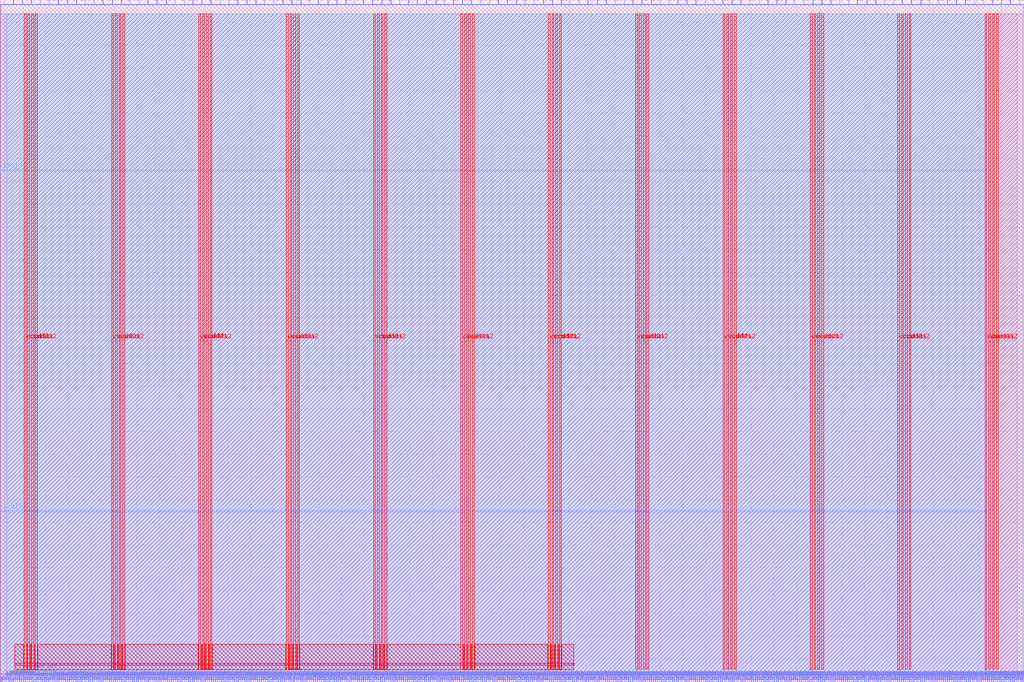
<source format=lef>
VERSION 5.7 ;
  NOWIREEXTENSIONATPIN ON ;
  DIVIDERCHAR "/" ;
  BUSBITCHARS "[]" ;
MACRO user_proj_example
  CLASS BLOCK ;
  FOREIGN user_proj_example ;
  ORIGIN 0.000 0.000 ;
  SIZE 900.000 BY 600.000 ;
  PIN io_in[0]
    DIRECTION INPUT ;
    USE SIGNAL ;
    PORT
      LAYER met2 ;
        RECT 3.770 596.000 4.050 600.000 ;
    END
  END io_in[0]
  PIN io_in[10]
    DIRECTION INPUT ;
    USE SIGNAL ;
    PORT
      LAYER met2 ;
        RECT 240.670 596.000 240.950 600.000 ;
    END
  END io_in[10]
  PIN io_in[11]
    DIRECTION INPUT ;
    USE SIGNAL ;
    PORT
      LAYER met2 ;
        RECT 264.130 596.000 264.410 600.000 ;
    END
  END io_in[11]
  PIN io_in[12]
    DIRECTION INPUT ;
    USE SIGNAL ;
    PORT
      LAYER met2 ;
        RECT 288.050 596.000 288.330 600.000 ;
    END
  END io_in[12]
  PIN io_in[13]
    DIRECTION INPUT ;
    USE SIGNAL ;
    PORT
      LAYER met2 ;
        RECT 311.510 596.000 311.790 600.000 ;
    END
  END io_in[13]
  PIN io_in[14]
    DIRECTION INPUT ;
    USE SIGNAL ;
    PORT
      LAYER met2 ;
        RECT 335.430 596.000 335.710 600.000 ;
    END
  END io_in[14]
  PIN io_in[15]
    DIRECTION INPUT ;
    USE SIGNAL ;
    PORT
      LAYER met2 ;
        RECT 358.890 596.000 359.170 600.000 ;
    END
  END io_in[15]
  PIN io_in[16]
    DIRECTION INPUT ;
    USE SIGNAL ;
    PORT
      LAYER met2 ;
        RECT 382.810 596.000 383.090 600.000 ;
    END
  END io_in[16]
  PIN io_in[17]
    DIRECTION INPUT ;
    USE SIGNAL ;
    PORT
      LAYER met2 ;
        RECT 406.270 596.000 406.550 600.000 ;
    END
  END io_in[17]
  PIN io_in[18]
    DIRECTION INPUT ;
    USE SIGNAL ;
    PORT
      LAYER met2 ;
        RECT 430.190 596.000 430.470 600.000 ;
    END
  END io_in[18]
  PIN io_in[19]
    DIRECTION INPUT ;
    USE SIGNAL ;
    PORT
      LAYER met2 ;
        RECT 453.650 596.000 453.930 600.000 ;
    END
  END io_in[19]
  PIN io_in[1]
    DIRECTION INPUT ;
    USE SIGNAL ;
    PORT
      LAYER met2 ;
        RECT 27.230 596.000 27.510 600.000 ;
    END
  END io_in[1]
  PIN io_in[20]
    DIRECTION INPUT ;
    USE SIGNAL ;
    PORT
      LAYER met2 ;
        RECT 477.570 596.000 477.850 600.000 ;
    END
  END io_in[20]
  PIN io_in[21]
    DIRECTION INPUT ;
    USE SIGNAL ;
    PORT
      LAYER met2 ;
        RECT 501.030 596.000 501.310 600.000 ;
    END
  END io_in[21]
  PIN io_in[22]
    DIRECTION INPUT ;
    USE SIGNAL ;
    PORT
      LAYER met2 ;
        RECT 524.950 596.000 525.230 600.000 ;
    END
  END io_in[22]
  PIN io_in[23]
    DIRECTION INPUT ;
    USE SIGNAL ;
    PORT
      LAYER met2 ;
        RECT 548.410 596.000 548.690 600.000 ;
    END
  END io_in[23]
  PIN io_in[24]
    DIRECTION INPUT ;
    USE SIGNAL ;
    PORT
      LAYER met2 ;
        RECT 572.330 596.000 572.610 600.000 ;
    END
  END io_in[24]
  PIN io_in[25]
    DIRECTION INPUT ;
    USE SIGNAL ;
    PORT
      LAYER met2 ;
        RECT 595.790 596.000 596.070 600.000 ;
    END
  END io_in[25]
  PIN io_in[26]
    DIRECTION INPUT ;
    USE SIGNAL ;
    PORT
      LAYER met2 ;
        RECT 619.710 596.000 619.990 600.000 ;
    END
  END io_in[26]
  PIN io_in[27]
    DIRECTION INPUT ;
    USE SIGNAL ;
    PORT
      LAYER met2 ;
        RECT 643.170 596.000 643.450 600.000 ;
    END
  END io_in[27]
  PIN io_in[28]
    DIRECTION INPUT ;
    USE SIGNAL ;
    PORT
      LAYER met2 ;
        RECT 667.090 596.000 667.370 600.000 ;
    END
  END io_in[28]
  PIN io_in[29]
    DIRECTION INPUT ;
    USE SIGNAL ;
    PORT
      LAYER met2 ;
        RECT 690.550 596.000 690.830 600.000 ;
    END
  END io_in[29]
  PIN io_in[2]
    DIRECTION INPUT ;
    USE SIGNAL ;
    PORT
      LAYER met2 ;
        RECT 51.150 596.000 51.430 600.000 ;
    END
  END io_in[2]
  PIN io_in[30]
    DIRECTION INPUT ;
    USE SIGNAL ;
    PORT
      LAYER met2 ;
        RECT 714.470 596.000 714.750 600.000 ;
    END
  END io_in[30]
  PIN io_in[31]
    DIRECTION INPUT ;
    USE SIGNAL ;
    PORT
      LAYER met2 ;
        RECT 737.930 596.000 738.210 600.000 ;
    END
  END io_in[31]
  PIN io_in[32]
    DIRECTION INPUT ;
    USE SIGNAL ;
    PORT
      LAYER met2 ;
        RECT 761.850 596.000 762.130 600.000 ;
    END
  END io_in[32]
  PIN io_in[33]
    DIRECTION INPUT ;
    USE SIGNAL ;
    PORT
      LAYER met2 ;
        RECT 785.310 596.000 785.590 600.000 ;
    END
  END io_in[33]
  PIN io_in[34]
    DIRECTION INPUT ;
    USE SIGNAL ;
    PORT
      LAYER met2 ;
        RECT 809.230 596.000 809.510 600.000 ;
    END
  END io_in[34]
  PIN io_in[35]
    DIRECTION INPUT ;
    USE SIGNAL ;
    PORT
      LAYER met2 ;
        RECT 832.690 596.000 832.970 600.000 ;
    END
  END io_in[35]
  PIN io_in[36]
    DIRECTION INPUT ;
    USE SIGNAL ;
    PORT
      LAYER met2 ;
        RECT 856.610 596.000 856.890 600.000 ;
    END
  END io_in[36]
  PIN io_in[37]
    DIRECTION INPUT ;
    USE SIGNAL ;
    PORT
      LAYER met2 ;
        RECT 880.070 596.000 880.350 600.000 ;
    END
  END io_in[37]
  PIN io_in[3]
    DIRECTION INPUT ;
    USE SIGNAL ;
    PORT
      LAYER met2 ;
        RECT 74.610 596.000 74.890 600.000 ;
    END
  END io_in[3]
  PIN io_in[4]
    DIRECTION INPUT ;
    USE SIGNAL ;
    PORT
      LAYER met2 ;
        RECT 98.530 596.000 98.810 600.000 ;
    END
  END io_in[4]
  PIN io_in[5]
    DIRECTION INPUT ;
    USE SIGNAL ;
    PORT
      LAYER met2 ;
        RECT 121.990 596.000 122.270 600.000 ;
    END
  END io_in[5]
  PIN io_in[6]
    DIRECTION INPUT ;
    USE SIGNAL ;
    PORT
      LAYER met2 ;
        RECT 145.910 596.000 146.190 600.000 ;
    END
  END io_in[6]
  PIN io_in[7]
    DIRECTION INPUT ;
    USE SIGNAL ;
    PORT
      LAYER met2 ;
        RECT 169.370 596.000 169.650 600.000 ;
    END
  END io_in[7]
  PIN io_in[8]
    DIRECTION INPUT ;
    USE SIGNAL ;
    PORT
      LAYER met2 ;
        RECT 193.290 596.000 193.570 600.000 ;
    END
  END io_in[8]
  PIN io_in[9]
    DIRECTION INPUT ;
    USE SIGNAL ;
    PORT
      LAYER met2 ;
        RECT 216.750 596.000 217.030 600.000 ;
    END
  END io_in[9]
  PIN io_oeb[0]
    DIRECTION OUTPUT TRISTATE ;
    USE SIGNAL ;
    PORT
      LAYER met2 ;
        RECT 11.590 596.000 11.870 600.000 ;
    END
  END io_oeb[0]
  PIN io_oeb[10]
    DIRECTION OUTPUT TRISTATE ;
    USE SIGNAL ;
    PORT
      LAYER met2 ;
        RECT 248.490 596.000 248.770 600.000 ;
    END
  END io_oeb[10]
  PIN io_oeb[11]
    DIRECTION OUTPUT TRISTATE ;
    USE SIGNAL ;
    PORT
      LAYER met2 ;
        RECT 271.950 596.000 272.230 600.000 ;
    END
  END io_oeb[11]
  PIN io_oeb[12]
    DIRECTION OUTPUT TRISTATE ;
    USE SIGNAL ;
    PORT
      LAYER met2 ;
        RECT 295.870 596.000 296.150 600.000 ;
    END
  END io_oeb[12]
  PIN io_oeb[13]
    DIRECTION OUTPUT TRISTATE ;
    USE SIGNAL ;
    PORT
      LAYER met2 ;
        RECT 319.330 596.000 319.610 600.000 ;
    END
  END io_oeb[13]
  PIN io_oeb[14]
    DIRECTION OUTPUT TRISTATE ;
    USE SIGNAL ;
    PORT
      LAYER met2 ;
        RECT 343.250 596.000 343.530 600.000 ;
    END
  END io_oeb[14]
  PIN io_oeb[15]
    DIRECTION OUTPUT TRISTATE ;
    USE SIGNAL ;
    PORT
      LAYER met2 ;
        RECT 366.710 596.000 366.990 600.000 ;
    END
  END io_oeb[15]
  PIN io_oeb[16]
    DIRECTION OUTPUT TRISTATE ;
    USE SIGNAL ;
    PORT
      LAYER met2 ;
        RECT 390.630 596.000 390.910 600.000 ;
    END
  END io_oeb[16]
  PIN io_oeb[17]
    DIRECTION OUTPUT TRISTATE ;
    USE SIGNAL ;
    PORT
      LAYER met2 ;
        RECT 414.090 596.000 414.370 600.000 ;
    END
  END io_oeb[17]
  PIN io_oeb[18]
    DIRECTION OUTPUT TRISTATE ;
    USE SIGNAL ;
    PORT
      LAYER met2 ;
        RECT 438.010 596.000 438.290 600.000 ;
    END
  END io_oeb[18]
  PIN io_oeb[19]
    DIRECTION OUTPUT TRISTATE ;
    USE SIGNAL ;
    PORT
      LAYER met2 ;
        RECT 461.470 596.000 461.750 600.000 ;
    END
  END io_oeb[19]
  PIN io_oeb[1]
    DIRECTION OUTPUT TRISTATE ;
    USE SIGNAL ;
    PORT
      LAYER met2 ;
        RECT 35.050 596.000 35.330 600.000 ;
    END
  END io_oeb[1]
  PIN io_oeb[20]
    DIRECTION OUTPUT TRISTATE ;
    USE SIGNAL ;
    PORT
      LAYER met2 ;
        RECT 485.390 596.000 485.670 600.000 ;
    END
  END io_oeb[20]
  PIN io_oeb[21]
    DIRECTION OUTPUT TRISTATE ;
    USE SIGNAL ;
    PORT
      LAYER met2 ;
        RECT 508.850 596.000 509.130 600.000 ;
    END
  END io_oeb[21]
  PIN io_oeb[22]
    DIRECTION OUTPUT TRISTATE ;
    USE SIGNAL ;
    PORT
      LAYER met2 ;
        RECT 532.770 596.000 533.050 600.000 ;
    END
  END io_oeb[22]
  PIN io_oeb[23]
    DIRECTION OUTPUT TRISTATE ;
    USE SIGNAL ;
    PORT
      LAYER met2 ;
        RECT 556.230 596.000 556.510 600.000 ;
    END
  END io_oeb[23]
  PIN io_oeb[24]
    DIRECTION OUTPUT TRISTATE ;
    USE SIGNAL ;
    PORT
      LAYER met2 ;
        RECT 580.150 596.000 580.430 600.000 ;
    END
  END io_oeb[24]
  PIN io_oeb[25]
    DIRECTION OUTPUT TRISTATE ;
    USE SIGNAL ;
    PORT
      LAYER met2 ;
        RECT 603.610 596.000 603.890 600.000 ;
    END
  END io_oeb[25]
  PIN io_oeb[26]
    DIRECTION OUTPUT TRISTATE ;
    USE SIGNAL ;
    PORT
      LAYER met2 ;
        RECT 627.530 596.000 627.810 600.000 ;
    END
  END io_oeb[26]
  PIN io_oeb[27]
    DIRECTION OUTPUT TRISTATE ;
    USE SIGNAL ;
    PORT
      LAYER met2 ;
        RECT 650.990 596.000 651.270 600.000 ;
    END
  END io_oeb[27]
  PIN io_oeb[28]
    DIRECTION OUTPUT TRISTATE ;
    USE SIGNAL ;
    PORT
      LAYER met2 ;
        RECT 674.910 596.000 675.190 600.000 ;
    END
  END io_oeb[28]
  PIN io_oeb[29]
    DIRECTION OUTPUT TRISTATE ;
    USE SIGNAL ;
    PORT
      LAYER met2 ;
        RECT 698.370 596.000 698.650 600.000 ;
    END
  END io_oeb[29]
  PIN io_oeb[2]
    DIRECTION OUTPUT TRISTATE ;
    USE SIGNAL ;
    PORT
      LAYER met2 ;
        RECT 58.970 596.000 59.250 600.000 ;
    END
  END io_oeb[2]
  PIN io_oeb[30]
    DIRECTION OUTPUT TRISTATE ;
    USE SIGNAL ;
    PORT
      LAYER met2 ;
        RECT 722.290 596.000 722.570 600.000 ;
    END
  END io_oeb[30]
  PIN io_oeb[31]
    DIRECTION OUTPUT TRISTATE ;
    USE SIGNAL ;
    PORT
      LAYER met2 ;
        RECT 745.750 596.000 746.030 600.000 ;
    END
  END io_oeb[31]
  PIN io_oeb[32]
    DIRECTION OUTPUT TRISTATE ;
    USE SIGNAL ;
    PORT
      LAYER met2 ;
        RECT 769.670 596.000 769.950 600.000 ;
    END
  END io_oeb[32]
  PIN io_oeb[33]
    DIRECTION OUTPUT TRISTATE ;
    USE SIGNAL ;
    PORT
      LAYER met2 ;
        RECT 793.130 596.000 793.410 600.000 ;
    END
  END io_oeb[33]
  PIN io_oeb[34]
    DIRECTION OUTPUT TRISTATE ;
    USE SIGNAL ;
    PORT
      LAYER met2 ;
        RECT 817.050 596.000 817.330 600.000 ;
    END
  END io_oeb[34]
  PIN io_oeb[35]
    DIRECTION OUTPUT TRISTATE ;
    USE SIGNAL ;
    PORT
      LAYER met2 ;
        RECT 840.510 596.000 840.790 600.000 ;
    END
  END io_oeb[35]
  PIN io_oeb[36]
    DIRECTION OUTPUT TRISTATE ;
    USE SIGNAL ;
    PORT
      LAYER met2 ;
        RECT 864.430 596.000 864.710 600.000 ;
    END
  END io_oeb[36]
  PIN io_oeb[37]
    DIRECTION OUTPUT TRISTATE ;
    USE SIGNAL ;
    PORT
      LAYER met2 ;
        RECT 887.890 596.000 888.170 600.000 ;
    END
  END io_oeb[37]
  PIN io_oeb[3]
    DIRECTION OUTPUT TRISTATE ;
    USE SIGNAL ;
    PORT
      LAYER met2 ;
        RECT 82.430 596.000 82.710 600.000 ;
    END
  END io_oeb[3]
  PIN io_oeb[4]
    DIRECTION OUTPUT TRISTATE ;
    USE SIGNAL ;
    PORT
      LAYER met2 ;
        RECT 106.350 596.000 106.630 600.000 ;
    END
  END io_oeb[4]
  PIN io_oeb[5]
    DIRECTION OUTPUT TRISTATE ;
    USE SIGNAL ;
    PORT
      LAYER met2 ;
        RECT 129.810 596.000 130.090 600.000 ;
    END
  END io_oeb[5]
  PIN io_oeb[6]
    DIRECTION OUTPUT TRISTATE ;
    USE SIGNAL ;
    PORT
      LAYER met2 ;
        RECT 153.730 596.000 154.010 600.000 ;
    END
  END io_oeb[6]
  PIN io_oeb[7]
    DIRECTION OUTPUT TRISTATE ;
    USE SIGNAL ;
    PORT
      LAYER met2 ;
        RECT 177.190 596.000 177.470 600.000 ;
    END
  END io_oeb[7]
  PIN io_oeb[8]
    DIRECTION OUTPUT TRISTATE ;
    USE SIGNAL ;
    PORT
      LAYER met2 ;
        RECT 201.110 596.000 201.390 600.000 ;
    END
  END io_oeb[8]
  PIN io_oeb[9]
    DIRECTION OUTPUT TRISTATE ;
    USE SIGNAL ;
    PORT
      LAYER met2 ;
        RECT 224.570 596.000 224.850 600.000 ;
    END
  END io_oeb[9]
  PIN io_out[0]
    DIRECTION OUTPUT TRISTATE ;
    USE SIGNAL ;
    PORT
      LAYER met2 ;
        RECT 19.410 596.000 19.690 600.000 ;
    END
  END io_out[0]
  PIN io_out[10]
    DIRECTION OUTPUT TRISTATE ;
    USE SIGNAL ;
    PORT
      LAYER met2 ;
        RECT 256.310 596.000 256.590 600.000 ;
    END
  END io_out[10]
  PIN io_out[11]
    DIRECTION OUTPUT TRISTATE ;
    USE SIGNAL ;
    PORT
      LAYER met2 ;
        RECT 279.770 596.000 280.050 600.000 ;
    END
  END io_out[11]
  PIN io_out[12]
    DIRECTION OUTPUT TRISTATE ;
    USE SIGNAL ;
    PORT
      LAYER met2 ;
        RECT 303.690 596.000 303.970 600.000 ;
    END
  END io_out[12]
  PIN io_out[13]
    DIRECTION OUTPUT TRISTATE ;
    USE SIGNAL ;
    PORT
      LAYER met2 ;
        RECT 327.150 596.000 327.430 600.000 ;
    END
  END io_out[13]
  PIN io_out[14]
    DIRECTION OUTPUT TRISTATE ;
    USE SIGNAL ;
    PORT
      LAYER met2 ;
        RECT 351.070 596.000 351.350 600.000 ;
    END
  END io_out[14]
  PIN io_out[15]
    DIRECTION OUTPUT TRISTATE ;
    USE SIGNAL ;
    PORT
      LAYER met2 ;
        RECT 374.530 596.000 374.810 600.000 ;
    END
  END io_out[15]
  PIN io_out[16]
    DIRECTION OUTPUT TRISTATE ;
    USE SIGNAL ;
    PORT
      LAYER met2 ;
        RECT 398.450 596.000 398.730 600.000 ;
    END
  END io_out[16]
  PIN io_out[17]
    DIRECTION OUTPUT TRISTATE ;
    USE SIGNAL ;
    PORT
      LAYER met2 ;
        RECT 421.910 596.000 422.190 600.000 ;
    END
  END io_out[17]
  PIN io_out[18]
    DIRECTION OUTPUT TRISTATE ;
    USE SIGNAL ;
    PORT
      LAYER met2 ;
        RECT 445.830 596.000 446.110 600.000 ;
    END
  END io_out[18]
  PIN io_out[19]
    DIRECTION OUTPUT TRISTATE ;
    USE SIGNAL ;
    PORT
      LAYER met2 ;
        RECT 469.290 596.000 469.570 600.000 ;
    END
  END io_out[19]
  PIN io_out[1]
    DIRECTION OUTPUT TRISTATE ;
    USE SIGNAL ;
    PORT
      LAYER met2 ;
        RECT 42.870 596.000 43.150 600.000 ;
    END
  END io_out[1]
  PIN io_out[20]
    DIRECTION OUTPUT TRISTATE ;
    USE SIGNAL ;
    PORT
      LAYER met2 ;
        RECT 493.210 596.000 493.490 600.000 ;
    END
  END io_out[20]
  PIN io_out[21]
    DIRECTION OUTPUT TRISTATE ;
    USE SIGNAL ;
    PORT
      LAYER met2 ;
        RECT 516.670 596.000 516.950 600.000 ;
    END
  END io_out[21]
  PIN io_out[22]
    DIRECTION OUTPUT TRISTATE ;
    USE SIGNAL ;
    PORT
      LAYER met2 ;
        RECT 540.590 596.000 540.870 600.000 ;
    END
  END io_out[22]
  PIN io_out[23]
    DIRECTION OUTPUT TRISTATE ;
    USE SIGNAL ;
    PORT
      LAYER met2 ;
        RECT 564.050 596.000 564.330 600.000 ;
    END
  END io_out[23]
  PIN io_out[24]
    DIRECTION OUTPUT TRISTATE ;
    USE SIGNAL ;
    PORT
      LAYER met2 ;
        RECT 587.970 596.000 588.250 600.000 ;
    END
  END io_out[24]
  PIN io_out[25]
    DIRECTION OUTPUT TRISTATE ;
    USE SIGNAL ;
    PORT
      LAYER met2 ;
        RECT 611.430 596.000 611.710 600.000 ;
    END
  END io_out[25]
  PIN io_out[26]
    DIRECTION OUTPUT TRISTATE ;
    USE SIGNAL ;
    PORT
      LAYER met2 ;
        RECT 635.350 596.000 635.630 600.000 ;
    END
  END io_out[26]
  PIN io_out[27]
    DIRECTION OUTPUT TRISTATE ;
    USE SIGNAL ;
    PORT
      LAYER met2 ;
        RECT 658.810 596.000 659.090 600.000 ;
    END
  END io_out[27]
  PIN io_out[28]
    DIRECTION OUTPUT TRISTATE ;
    USE SIGNAL ;
    PORT
      LAYER met2 ;
        RECT 682.730 596.000 683.010 600.000 ;
    END
  END io_out[28]
  PIN io_out[29]
    DIRECTION OUTPUT TRISTATE ;
    USE SIGNAL ;
    PORT
      LAYER met2 ;
        RECT 706.190 596.000 706.470 600.000 ;
    END
  END io_out[29]
  PIN io_out[2]
    DIRECTION OUTPUT TRISTATE ;
    USE SIGNAL ;
    PORT
      LAYER met2 ;
        RECT 66.790 596.000 67.070 600.000 ;
    END
  END io_out[2]
  PIN io_out[30]
    DIRECTION OUTPUT TRISTATE ;
    USE SIGNAL ;
    PORT
      LAYER met2 ;
        RECT 730.110 596.000 730.390 600.000 ;
    END
  END io_out[30]
  PIN io_out[31]
    DIRECTION OUTPUT TRISTATE ;
    USE SIGNAL ;
    PORT
      LAYER met2 ;
        RECT 753.570 596.000 753.850 600.000 ;
    END
  END io_out[31]
  PIN io_out[32]
    DIRECTION OUTPUT TRISTATE ;
    USE SIGNAL ;
    PORT
      LAYER met2 ;
        RECT 777.490 596.000 777.770 600.000 ;
    END
  END io_out[32]
  PIN io_out[33]
    DIRECTION OUTPUT TRISTATE ;
    USE SIGNAL ;
    PORT
      LAYER met2 ;
        RECT 800.950 596.000 801.230 600.000 ;
    END
  END io_out[33]
  PIN io_out[34]
    DIRECTION OUTPUT TRISTATE ;
    USE SIGNAL ;
    PORT
      LAYER met2 ;
        RECT 824.870 596.000 825.150 600.000 ;
    END
  END io_out[34]
  PIN io_out[35]
    DIRECTION OUTPUT TRISTATE ;
    USE SIGNAL ;
    PORT
      LAYER met2 ;
        RECT 848.330 596.000 848.610 600.000 ;
    END
  END io_out[35]
  PIN io_out[36]
    DIRECTION OUTPUT TRISTATE ;
    USE SIGNAL ;
    PORT
      LAYER met2 ;
        RECT 872.250 596.000 872.530 600.000 ;
    END
  END io_out[36]
  PIN io_out[37]
    DIRECTION OUTPUT TRISTATE ;
    USE SIGNAL ;
    PORT
      LAYER met2 ;
        RECT 895.710 596.000 895.990 600.000 ;
    END
  END io_out[37]
  PIN io_out[3]
    DIRECTION OUTPUT TRISTATE ;
    USE SIGNAL ;
    PORT
      LAYER met2 ;
        RECT 90.250 596.000 90.530 600.000 ;
    END
  END io_out[3]
  PIN io_out[4]
    DIRECTION OUTPUT TRISTATE ;
    USE SIGNAL ;
    PORT
      LAYER met2 ;
        RECT 114.170 596.000 114.450 600.000 ;
    END
  END io_out[4]
  PIN io_out[5]
    DIRECTION OUTPUT TRISTATE ;
    USE SIGNAL ;
    PORT
      LAYER met2 ;
        RECT 137.630 596.000 137.910 600.000 ;
    END
  END io_out[5]
  PIN io_out[6]
    DIRECTION OUTPUT TRISTATE ;
    USE SIGNAL ;
    PORT
      LAYER met2 ;
        RECT 161.550 596.000 161.830 600.000 ;
    END
  END io_out[6]
  PIN io_out[7]
    DIRECTION OUTPUT TRISTATE ;
    USE SIGNAL ;
    PORT
      LAYER met2 ;
        RECT 185.010 596.000 185.290 600.000 ;
    END
  END io_out[7]
  PIN io_out[8]
    DIRECTION OUTPUT TRISTATE ;
    USE SIGNAL ;
    PORT
      LAYER met2 ;
        RECT 208.930 596.000 209.210 600.000 ;
    END
  END io_out[8]
  PIN io_out[9]
    DIRECTION OUTPUT TRISTATE ;
    USE SIGNAL ;
    PORT
      LAYER met2 ;
        RECT 232.390 596.000 232.670 600.000 ;
    END
  END io_out[9]
  PIN irq[0]
    DIRECTION OUTPUT TRISTATE ;
    USE SIGNAL ;
    PORT
      LAYER met3 ;
        RECT 0.000 149.640 4.000 150.240 ;
    END
  END irq[0]
  PIN irq[1]
    DIRECTION OUTPUT TRISTATE ;
    USE SIGNAL ;
    PORT
      LAYER met3 ;
        RECT 0.000 449.520 4.000 450.120 ;
    END
  END irq[1]
  PIN irq[2]
    DIRECTION OUTPUT TRISTATE ;
    USE SIGNAL ;
    PORT
      LAYER met2 ;
        RECT 898.930 0.000 899.210 4.000 ;
    END
  END irq[2]
  PIN la_data_in[0]
    DIRECTION INPUT ;
    USE SIGNAL ;
    PORT
      LAYER met2 ;
        RECT 194.670 0.000 194.950 4.000 ;
    END
  END la_data_in[0]
  PIN la_data_in[100]
    DIRECTION INPUT ;
    USE SIGNAL ;
    PORT
      LAYER met2 ;
        RECT 744.830 0.000 745.110 4.000 ;
    END
  END la_data_in[100]
  PIN la_data_in[101]
    DIRECTION INPUT ;
    USE SIGNAL ;
    PORT
      LAYER met2 ;
        RECT 750.350 0.000 750.630 4.000 ;
    END
  END la_data_in[101]
  PIN la_data_in[102]
    DIRECTION INPUT ;
    USE SIGNAL ;
    PORT
      LAYER met2 ;
        RECT 755.870 0.000 756.150 4.000 ;
    END
  END la_data_in[102]
  PIN la_data_in[103]
    DIRECTION INPUT ;
    USE SIGNAL ;
    PORT
      LAYER met2 ;
        RECT 761.390 0.000 761.670 4.000 ;
    END
  END la_data_in[103]
  PIN la_data_in[104]
    DIRECTION INPUT ;
    USE SIGNAL ;
    PORT
      LAYER met2 ;
        RECT 766.910 0.000 767.190 4.000 ;
    END
  END la_data_in[104]
  PIN la_data_in[105]
    DIRECTION INPUT ;
    USE SIGNAL ;
    PORT
      LAYER met2 ;
        RECT 771.970 0.000 772.250 4.000 ;
    END
  END la_data_in[105]
  PIN la_data_in[106]
    DIRECTION INPUT ;
    USE SIGNAL ;
    PORT
      LAYER met2 ;
        RECT 777.490 0.000 777.770 4.000 ;
    END
  END la_data_in[106]
  PIN la_data_in[107]
    DIRECTION INPUT ;
    USE SIGNAL ;
    PORT
      LAYER met2 ;
        RECT 783.010 0.000 783.290 4.000 ;
    END
  END la_data_in[107]
  PIN la_data_in[108]
    DIRECTION INPUT ;
    USE SIGNAL ;
    PORT
      LAYER met2 ;
        RECT 788.530 0.000 788.810 4.000 ;
    END
  END la_data_in[108]
  PIN la_data_in[109]
    DIRECTION INPUT ;
    USE SIGNAL ;
    PORT
      LAYER met2 ;
        RECT 794.050 0.000 794.330 4.000 ;
    END
  END la_data_in[109]
  PIN la_data_in[10]
    DIRECTION INPUT ;
    USE SIGNAL ;
    PORT
      LAYER met2 ;
        RECT 249.870 0.000 250.150 4.000 ;
    END
  END la_data_in[10]
  PIN la_data_in[110]
    DIRECTION INPUT ;
    USE SIGNAL ;
    PORT
      LAYER met2 ;
        RECT 799.570 0.000 799.850 4.000 ;
    END
  END la_data_in[110]
  PIN la_data_in[111]
    DIRECTION INPUT ;
    USE SIGNAL ;
    PORT
      LAYER met2 ;
        RECT 805.090 0.000 805.370 4.000 ;
    END
  END la_data_in[111]
  PIN la_data_in[112]
    DIRECTION INPUT ;
    USE SIGNAL ;
    PORT
      LAYER met2 ;
        RECT 810.610 0.000 810.890 4.000 ;
    END
  END la_data_in[112]
  PIN la_data_in[113]
    DIRECTION INPUT ;
    USE SIGNAL ;
    PORT
      LAYER met2 ;
        RECT 816.130 0.000 816.410 4.000 ;
    END
  END la_data_in[113]
  PIN la_data_in[114]
    DIRECTION INPUT ;
    USE SIGNAL ;
    PORT
      LAYER met2 ;
        RECT 821.650 0.000 821.930 4.000 ;
    END
  END la_data_in[114]
  PIN la_data_in[115]
    DIRECTION INPUT ;
    USE SIGNAL ;
    PORT
      LAYER met2 ;
        RECT 827.170 0.000 827.450 4.000 ;
    END
  END la_data_in[115]
  PIN la_data_in[116]
    DIRECTION INPUT ;
    USE SIGNAL ;
    PORT
      LAYER met2 ;
        RECT 832.690 0.000 832.970 4.000 ;
    END
  END la_data_in[116]
  PIN la_data_in[117]
    DIRECTION INPUT ;
    USE SIGNAL ;
    PORT
      LAYER met2 ;
        RECT 838.210 0.000 838.490 4.000 ;
    END
  END la_data_in[117]
  PIN la_data_in[118]
    DIRECTION INPUT ;
    USE SIGNAL ;
    PORT
      LAYER met2 ;
        RECT 843.730 0.000 844.010 4.000 ;
    END
  END la_data_in[118]
  PIN la_data_in[119]
    DIRECTION INPUT ;
    USE SIGNAL ;
    PORT
      LAYER met2 ;
        RECT 849.250 0.000 849.530 4.000 ;
    END
  END la_data_in[119]
  PIN la_data_in[11]
    DIRECTION INPUT ;
    USE SIGNAL ;
    PORT
      LAYER met2 ;
        RECT 255.390 0.000 255.670 4.000 ;
    END
  END la_data_in[11]
  PIN la_data_in[120]
    DIRECTION INPUT ;
    USE SIGNAL ;
    PORT
      LAYER met2 ;
        RECT 854.770 0.000 855.050 4.000 ;
    END
  END la_data_in[120]
  PIN la_data_in[121]
    DIRECTION INPUT ;
    USE SIGNAL ;
    PORT
      LAYER met2 ;
        RECT 860.290 0.000 860.570 4.000 ;
    END
  END la_data_in[121]
  PIN la_data_in[122]
    DIRECTION INPUT ;
    USE SIGNAL ;
    PORT
      LAYER met2 ;
        RECT 865.810 0.000 866.090 4.000 ;
    END
  END la_data_in[122]
  PIN la_data_in[123]
    DIRECTION INPUT ;
    USE SIGNAL ;
    PORT
      LAYER met2 ;
        RECT 871.330 0.000 871.610 4.000 ;
    END
  END la_data_in[123]
  PIN la_data_in[124]
    DIRECTION INPUT ;
    USE SIGNAL ;
    PORT
      LAYER met2 ;
        RECT 876.850 0.000 877.130 4.000 ;
    END
  END la_data_in[124]
  PIN la_data_in[125]
    DIRECTION INPUT ;
    USE SIGNAL ;
    PORT
      LAYER met2 ;
        RECT 882.370 0.000 882.650 4.000 ;
    END
  END la_data_in[125]
  PIN la_data_in[126]
    DIRECTION INPUT ;
    USE SIGNAL ;
    PORT
      LAYER met2 ;
        RECT 887.890 0.000 888.170 4.000 ;
    END
  END la_data_in[126]
  PIN la_data_in[127]
    DIRECTION INPUT ;
    USE SIGNAL ;
    PORT
      LAYER met2 ;
        RECT 893.410 0.000 893.690 4.000 ;
    END
  END la_data_in[127]
  PIN la_data_in[12]
    DIRECTION INPUT ;
    USE SIGNAL ;
    PORT
      LAYER met2 ;
        RECT 260.450 0.000 260.730 4.000 ;
    END
  END la_data_in[12]
  PIN la_data_in[13]
    DIRECTION INPUT ;
    USE SIGNAL ;
    PORT
      LAYER met2 ;
        RECT 265.970 0.000 266.250 4.000 ;
    END
  END la_data_in[13]
  PIN la_data_in[14]
    DIRECTION INPUT ;
    USE SIGNAL ;
    PORT
      LAYER met2 ;
        RECT 271.490 0.000 271.770 4.000 ;
    END
  END la_data_in[14]
  PIN la_data_in[15]
    DIRECTION INPUT ;
    USE SIGNAL ;
    PORT
      LAYER met2 ;
        RECT 277.010 0.000 277.290 4.000 ;
    END
  END la_data_in[15]
  PIN la_data_in[16]
    DIRECTION INPUT ;
    USE SIGNAL ;
    PORT
      LAYER met2 ;
        RECT 282.530 0.000 282.810 4.000 ;
    END
  END la_data_in[16]
  PIN la_data_in[17]
    DIRECTION INPUT ;
    USE SIGNAL ;
    PORT
      LAYER met2 ;
        RECT 288.050 0.000 288.330 4.000 ;
    END
  END la_data_in[17]
  PIN la_data_in[18]
    DIRECTION INPUT ;
    USE SIGNAL ;
    PORT
      LAYER met2 ;
        RECT 293.570 0.000 293.850 4.000 ;
    END
  END la_data_in[18]
  PIN la_data_in[19]
    DIRECTION INPUT ;
    USE SIGNAL ;
    PORT
      LAYER met2 ;
        RECT 299.090 0.000 299.370 4.000 ;
    END
  END la_data_in[19]
  PIN la_data_in[1]
    DIRECTION INPUT ;
    USE SIGNAL ;
    PORT
      LAYER met2 ;
        RECT 200.190 0.000 200.470 4.000 ;
    END
  END la_data_in[1]
  PIN la_data_in[20]
    DIRECTION INPUT ;
    USE SIGNAL ;
    PORT
      LAYER met2 ;
        RECT 304.610 0.000 304.890 4.000 ;
    END
  END la_data_in[20]
  PIN la_data_in[21]
    DIRECTION INPUT ;
    USE SIGNAL ;
    PORT
      LAYER met2 ;
        RECT 310.130 0.000 310.410 4.000 ;
    END
  END la_data_in[21]
  PIN la_data_in[22]
    DIRECTION INPUT ;
    USE SIGNAL ;
    PORT
      LAYER met2 ;
        RECT 315.650 0.000 315.930 4.000 ;
    END
  END la_data_in[22]
  PIN la_data_in[23]
    DIRECTION INPUT ;
    USE SIGNAL ;
    PORT
      LAYER met2 ;
        RECT 321.170 0.000 321.450 4.000 ;
    END
  END la_data_in[23]
  PIN la_data_in[24]
    DIRECTION INPUT ;
    USE SIGNAL ;
    PORT
      LAYER met2 ;
        RECT 326.690 0.000 326.970 4.000 ;
    END
  END la_data_in[24]
  PIN la_data_in[25]
    DIRECTION INPUT ;
    USE SIGNAL ;
    PORT
      LAYER met2 ;
        RECT 332.210 0.000 332.490 4.000 ;
    END
  END la_data_in[25]
  PIN la_data_in[26]
    DIRECTION INPUT ;
    USE SIGNAL ;
    PORT
      LAYER met2 ;
        RECT 337.730 0.000 338.010 4.000 ;
    END
  END la_data_in[26]
  PIN la_data_in[27]
    DIRECTION INPUT ;
    USE SIGNAL ;
    PORT
      LAYER met2 ;
        RECT 343.250 0.000 343.530 4.000 ;
    END
  END la_data_in[27]
  PIN la_data_in[28]
    DIRECTION INPUT ;
    USE SIGNAL ;
    PORT
      LAYER met2 ;
        RECT 348.770 0.000 349.050 4.000 ;
    END
  END la_data_in[28]
  PIN la_data_in[29]
    DIRECTION INPUT ;
    USE SIGNAL ;
    PORT
      LAYER met2 ;
        RECT 354.290 0.000 354.570 4.000 ;
    END
  END la_data_in[29]
  PIN la_data_in[2]
    DIRECTION INPUT ;
    USE SIGNAL ;
    PORT
      LAYER met2 ;
        RECT 205.710 0.000 205.990 4.000 ;
    END
  END la_data_in[2]
  PIN la_data_in[30]
    DIRECTION INPUT ;
    USE SIGNAL ;
    PORT
      LAYER met2 ;
        RECT 359.810 0.000 360.090 4.000 ;
    END
  END la_data_in[30]
  PIN la_data_in[31]
    DIRECTION INPUT ;
    USE SIGNAL ;
    PORT
      LAYER met2 ;
        RECT 365.330 0.000 365.610 4.000 ;
    END
  END la_data_in[31]
  PIN la_data_in[32]
    DIRECTION INPUT ;
    USE SIGNAL ;
    PORT
      LAYER met2 ;
        RECT 370.850 0.000 371.130 4.000 ;
    END
  END la_data_in[32]
  PIN la_data_in[33]
    DIRECTION INPUT ;
    USE SIGNAL ;
    PORT
      LAYER met2 ;
        RECT 376.370 0.000 376.650 4.000 ;
    END
  END la_data_in[33]
  PIN la_data_in[34]
    DIRECTION INPUT ;
    USE SIGNAL ;
    PORT
      LAYER met2 ;
        RECT 381.890 0.000 382.170 4.000 ;
    END
  END la_data_in[34]
  PIN la_data_in[35]
    DIRECTION INPUT ;
    USE SIGNAL ;
    PORT
      LAYER met2 ;
        RECT 386.950 0.000 387.230 4.000 ;
    END
  END la_data_in[35]
  PIN la_data_in[36]
    DIRECTION INPUT ;
    USE SIGNAL ;
    PORT
      LAYER met2 ;
        RECT 392.470 0.000 392.750 4.000 ;
    END
  END la_data_in[36]
  PIN la_data_in[37]
    DIRECTION INPUT ;
    USE SIGNAL ;
    PORT
      LAYER met2 ;
        RECT 397.990 0.000 398.270 4.000 ;
    END
  END la_data_in[37]
  PIN la_data_in[38]
    DIRECTION INPUT ;
    USE SIGNAL ;
    PORT
      LAYER met2 ;
        RECT 403.510 0.000 403.790 4.000 ;
    END
  END la_data_in[38]
  PIN la_data_in[39]
    DIRECTION INPUT ;
    USE SIGNAL ;
    PORT
      LAYER met2 ;
        RECT 409.030 0.000 409.310 4.000 ;
    END
  END la_data_in[39]
  PIN la_data_in[3]
    DIRECTION INPUT ;
    USE SIGNAL ;
    PORT
      LAYER met2 ;
        RECT 211.230 0.000 211.510 4.000 ;
    END
  END la_data_in[3]
  PIN la_data_in[40]
    DIRECTION INPUT ;
    USE SIGNAL ;
    PORT
      LAYER met2 ;
        RECT 414.550 0.000 414.830 4.000 ;
    END
  END la_data_in[40]
  PIN la_data_in[41]
    DIRECTION INPUT ;
    USE SIGNAL ;
    PORT
      LAYER met2 ;
        RECT 420.070 0.000 420.350 4.000 ;
    END
  END la_data_in[41]
  PIN la_data_in[42]
    DIRECTION INPUT ;
    USE SIGNAL ;
    PORT
      LAYER met2 ;
        RECT 425.590 0.000 425.870 4.000 ;
    END
  END la_data_in[42]
  PIN la_data_in[43]
    DIRECTION INPUT ;
    USE SIGNAL ;
    PORT
      LAYER met2 ;
        RECT 431.110 0.000 431.390 4.000 ;
    END
  END la_data_in[43]
  PIN la_data_in[44]
    DIRECTION INPUT ;
    USE SIGNAL ;
    PORT
      LAYER met2 ;
        RECT 436.630 0.000 436.910 4.000 ;
    END
  END la_data_in[44]
  PIN la_data_in[45]
    DIRECTION INPUT ;
    USE SIGNAL ;
    PORT
      LAYER met2 ;
        RECT 442.150 0.000 442.430 4.000 ;
    END
  END la_data_in[45]
  PIN la_data_in[46]
    DIRECTION INPUT ;
    USE SIGNAL ;
    PORT
      LAYER met2 ;
        RECT 447.670 0.000 447.950 4.000 ;
    END
  END la_data_in[46]
  PIN la_data_in[47]
    DIRECTION INPUT ;
    USE SIGNAL ;
    PORT
      LAYER met2 ;
        RECT 453.190 0.000 453.470 4.000 ;
    END
  END la_data_in[47]
  PIN la_data_in[48]
    DIRECTION INPUT ;
    USE SIGNAL ;
    PORT
      LAYER met2 ;
        RECT 458.710 0.000 458.990 4.000 ;
    END
  END la_data_in[48]
  PIN la_data_in[49]
    DIRECTION INPUT ;
    USE SIGNAL ;
    PORT
      LAYER met2 ;
        RECT 464.230 0.000 464.510 4.000 ;
    END
  END la_data_in[49]
  PIN la_data_in[4]
    DIRECTION INPUT ;
    USE SIGNAL ;
    PORT
      LAYER met2 ;
        RECT 216.750 0.000 217.030 4.000 ;
    END
  END la_data_in[4]
  PIN la_data_in[50]
    DIRECTION INPUT ;
    USE SIGNAL ;
    PORT
      LAYER met2 ;
        RECT 469.750 0.000 470.030 4.000 ;
    END
  END la_data_in[50]
  PIN la_data_in[51]
    DIRECTION INPUT ;
    USE SIGNAL ;
    PORT
      LAYER met2 ;
        RECT 475.270 0.000 475.550 4.000 ;
    END
  END la_data_in[51]
  PIN la_data_in[52]
    DIRECTION INPUT ;
    USE SIGNAL ;
    PORT
      LAYER met2 ;
        RECT 480.790 0.000 481.070 4.000 ;
    END
  END la_data_in[52]
  PIN la_data_in[53]
    DIRECTION INPUT ;
    USE SIGNAL ;
    PORT
      LAYER met2 ;
        RECT 486.310 0.000 486.590 4.000 ;
    END
  END la_data_in[53]
  PIN la_data_in[54]
    DIRECTION INPUT ;
    USE SIGNAL ;
    PORT
      LAYER met2 ;
        RECT 491.830 0.000 492.110 4.000 ;
    END
  END la_data_in[54]
  PIN la_data_in[55]
    DIRECTION INPUT ;
    USE SIGNAL ;
    PORT
      LAYER met2 ;
        RECT 497.350 0.000 497.630 4.000 ;
    END
  END la_data_in[55]
  PIN la_data_in[56]
    DIRECTION INPUT ;
    USE SIGNAL ;
    PORT
      LAYER met2 ;
        RECT 502.870 0.000 503.150 4.000 ;
    END
  END la_data_in[56]
  PIN la_data_in[57]
    DIRECTION INPUT ;
    USE SIGNAL ;
    PORT
      LAYER met2 ;
        RECT 508.390 0.000 508.670 4.000 ;
    END
  END la_data_in[57]
  PIN la_data_in[58]
    DIRECTION INPUT ;
    USE SIGNAL ;
    PORT
      LAYER met2 ;
        RECT 513.910 0.000 514.190 4.000 ;
    END
  END la_data_in[58]
  PIN la_data_in[59]
    DIRECTION INPUT ;
    USE SIGNAL ;
    PORT
      LAYER met2 ;
        RECT 518.970 0.000 519.250 4.000 ;
    END
  END la_data_in[59]
  PIN la_data_in[5]
    DIRECTION INPUT ;
    USE SIGNAL ;
    PORT
      LAYER met2 ;
        RECT 222.270 0.000 222.550 4.000 ;
    END
  END la_data_in[5]
  PIN la_data_in[60]
    DIRECTION INPUT ;
    USE SIGNAL ;
    PORT
      LAYER met2 ;
        RECT 524.490 0.000 524.770 4.000 ;
    END
  END la_data_in[60]
  PIN la_data_in[61]
    DIRECTION INPUT ;
    USE SIGNAL ;
    PORT
      LAYER met2 ;
        RECT 530.010 0.000 530.290 4.000 ;
    END
  END la_data_in[61]
  PIN la_data_in[62]
    DIRECTION INPUT ;
    USE SIGNAL ;
    PORT
      LAYER met2 ;
        RECT 535.530 0.000 535.810 4.000 ;
    END
  END la_data_in[62]
  PIN la_data_in[63]
    DIRECTION INPUT ;
    USE SIGNAL ;
    PORT
      LAYER met2 ;
        RECT 541.050 0.000 541.330 4.000 ;
    END
  END la_data_in[63]
  PIN la_data_in[64]
    DIRECTION INPUT ;
    USE SIGNAL ;
    PORT
      LAYER met2 ;
        RECT 546.570 0.000 546.850 4.000 ;
    END
  END la_data_in[64]
  PIN la_data_in[65]
    DIRECTION INPUT ;
    USE SIGNAL ;
    PORT
      LAYER met2 ;
        RECT 552.090 0.000 552.370 4.000 ;
    END
  END la_data_in[65]
  PIN la_data_in[66]
    DIRECTION INPUT ;
    USE SIGNAL ;
    PORT
      LAYER met2 ;
        RECT 557.610 0.000 557.890 4.000 ;
    END
  END la_data_in[66]
  PIN la_data_in[67]
    DIRECTION INPUT ;
    USE SIGNAL ;
    PORT
      LAYER met2 ;
        RECT 563.130 0.000 563.410 4.000 ;
    END
  END la_data_in[67]
  PIN la_data_in[68]
    DIRECTION INPUT ;
    USE SIGNAL ;
    PORT
      LAYER met2 ;
        RECT 568.650 0.000 568.930 4.000 ;
    END
  END la_data_in[68]
  PIN la_data_in[69]
    DIRECTION INPUT ;
    USE SIGNAL ;
    PORT
      LAYER met2 ;
        RECT 574.170 0.000 574.450 4.000 ;
    END
  END la_data_in[69]
  PIN la_data_in[6]
    DIRECTION INPUT ;
    USE SIGNAL ;
    PORT
      LAYER met2 ;
        RECT 227.790 0.000 228.070 4.000 ;
    END
  END la_data_in[6]
  PIN la_data_in[70]
    DIRECTION INPUT ;
    USE SIGNAL ;
    PORT
      LAYER met2 ;
        RECT 579.690 0.000 579.970 4.000 ;
    END
  END la_data_in[70]
  PIN la_data_in[71]
    DIRECTION INPUT ;
    USE SIGNAL ;
    PORT
      LAYER met2 ;
        RECT 585.210 0.000 585.490 4.000 ;
    END
  END la_data_in[71]
  PIN la_data_in[72]
    DIRECTION INPUT ;
    USE SIGNAL ;
    PORT
      LAYER met2 ;
        RECT 590.730 0.000 591.010 4.000 ;
    END
  END la_data_in[72]
  PIN la_data_in[73]
    DIRECTION INPUT ;
    USE SIGNAL ;
    PORT
      LAYER met2 ;
        RECT 596.250 0.000 596.530 4.000 ;
    END
  END la_data_in[73]
  PIN la_data_in[74]
    DIRECTION INPUT ;
    USE SIGNAL ;
    PORT
      LAYER met2 ;
        RECT 601.770 0.000 602.050 4.000 ;
    END
  END la_data_in[74]
  PIN la_data_in[75]
    DIRECTION INPUT ;
    USE SIGNAL ;
    PORT
      LAYER met2 ;
        RECT 607.290 0.000 607.570 4.000 ;
    END
  END la_data_in[75]
  PIN la_data_in[76]
    DIRECTION INPUT ;
    USE SIGNAL ;
    PORT
      LAYER met2 ;
        RECT 612.810 0.000 613.090 4.000 ;
    END
  END la_data_in[76]
  PIN la_data_in[77]
    DIRECTION INPUT ;
    USE SIGNAL ;
    PORT
      LAYER met2 ;
        RECT 618.330 0.000 618.610 4.000 ;
    END
  END la_data_in[77]
  PIN la_data_in[78]
    DIRECTION INPUT ;
    USE SIGNAL ;
    PORT
      LAYER met2 ;
        RECT 623.850 0.000 624.130 4.000 ;
    END
  END la_data_in[78]
  PIN la_data_in[79]
    DIRECTION INPUT ;
    USE SIGNAL ;
    PORT
      LAYER met2 ;
        RECT 629.370 0.000 629.650 4.000 ;
    END
  END la_data_in[79]
  PIN la_data_in[7]
    DIRECTION INPUT ;
    USE SIGNAL ;
    PORT
      LAYER met2 ;
        RECT 233.310 0.000 233.590 4.000 ;
    END
  END la_data_in[7]
  PIN la_data_in[80]
    DIRECTION INPUT ;
    USE SIGNAL ;
    PORT
      LAYER met2 ;
        RECT 634.890 0.000 635.170 4.000 ;
    END
  END la_data_in[80]
  PIN la_data_in[81]
    DIRECTION INPUT ;
    USE SIGNAL ;
    PORT
      LAYER met2 ;
        RECT 640.410 0.000 640.690 4.000 ;
    END
  END la_data_in[81]
  PIN la_data_in[82]
    DIRECTION INPUT ;
    USE SIGNAL ;
    PORT
      LAYER met2 ;
        RECT 645.470 0.000 645.750 4.000 ;
    END
  END la_data_in[82]
  PIN la_data_in[83]
    DIRECTION INPUT ;
    USE SIGNAL ;
    PORT
      LAYER met2 ;
        RECT 650.990 0.000 651.270 4.000 ;
    END
  END la_data_in[83]
  PIN la_data_in[84]
    DIRECTION INPUT ;
    USE SIGNAL ;
    PORT
      LAYER met2 ;
        RECT 656.510 0.000 656.790 4.000 ;
    END
  END la_data_in[84]
  PIN la_data_in[85]
    DIRECTION INPUT ;
    USE SIGNAL ;
    PORT
      LAYER met2 ;
        RECT 662.030 0.000 662.310 4.000 ;
    END
  END la_data_in[85]
  PIN la_data_in[86]
    DIRECTION INPUT ;
    USE SIGNAL ;
    PORT
      LAYER met2 ;
        RECT 667.550 0.000 667.830 4.000 ;
    END
  END la_data_in[86]
  PIN la_data_in[87]
    DIRECTION INPUT ;
    USE SIGNAL ;
    PORT
      LAYER met2 ;
        RECT 673.070 0.000 673.350 4.000 ;
    END
  END la_data_in[87]
  PIN la_data_in[88]
    DIRECTION INPUT ;
    USE SIGNAL ;
    PORT
      LAYER met2 ;
        RECT 678.590 0.000 678.870 4.000 ;
    END
  END la_data_in[88]
  PIN la_data_in[89]
    DIRECTION INPUT ;
    USE SIGNAL ;
    PORT
      LAYER met2 ;
        RECT 684.110 0.000 684.390 4.000 ;
    END
  END la_data_in[89]
  PIN la_data_in[8]
    DIRECTION INPUT ;
    USE SIGNAL ;
    PORT
      LAYER met2 ;
        RECT 238.830 0.000 239.110 4.000 ;
    END
  END la_data_in[8]
  PIN la_data_in[90]
    DIRECTION INPUT ;
    USE SIGNAL ;
    PORT
      LAYER met2 ;
        RECT 689.630 0.000 689.910 4.000 ;
    END
  END la_data_in[90]
  PIN la_data_in[91]
    DIRECTION INPUT ;
    USE SIGNAL ;
    PORT
      LAYER met2 ;
        RECT 695.150 0.000 695.430 4.000 ;
    END
  END la_data_in[91]
  PIN la_data_in[92]
    DIRECTION INPUT ;
    USE SIGNAL ;
    PORT
      LAYER met2 ;
        RECT 700.670 0.000 700.950 4.000 ;
    END
  END la_data_in[92]
  PIN la_data_in[93]
    DIRECTION INPUT ;
    USE SIGNAL ;
    PORT
      LAYER met2 ;
        RECT 706.190 0.000 706.470 4.000 ;
    END
  END la_data_in[93]
  PIN la_data_in[94]
    DIRECTION INPUT ;
    USE SIGNAL ;
    PORT
      LAYER met2 ;
        RECT 711.710 0.000 711.990 4.000 ;
    END
  END la_data_in[94]
  PIN la_data_in[95]
    DIRECTION INPUT ;
    USE SIGNAL ;
    PORT
      LAYER met2 ;
        RECT 717.230 0.000 717.510 4.000 ;
    END
  END la_data_in[95]
  PIN la_data_in[96]
    DIRECTION INPUT ;
    USE SIGNAL ;
    PORT
      LAYER met2 ;
        RECT 722.750 0.000 723.030 4.000 ;
    END
  END la_data_in[96]
  PIN la_data_in[97]
    DIRECTION INPUT ;
    USE SIGNAL ;
    PORT
      LAYER met2 ;
        RECT 728.270 0.000 728.550 4.000 ;
    END
  END la_data_in[97]
  PIN la_data_in[98]
    DIRECTION INPUT ;
    USE SIGNAL ;
    PORT
      LAYER met2 ;
        RECT 733.790 0.000 734.070 4.000 ;
    END
  END la_data_in[98]
  PIN la_data_in[99]
    DIRECTION INPUT ;
    USE SIGNAL ;
    PORT
      LAYER met2 ;
        RECT 739.310 0.000 739.590 4.000 ;
    END
  END la_data_in[99]
  PIN la_data_in[9]
    DIRECTION INPUT ;
    USE SIGNAL ;
    PORT
      LAYER met2 ;
        RECT 244.350 0.000 244.630 4.000 ;
    END
  END la_data_in[9]
  PIN la_data_out[0]
    DIRECTION OUTPUT TRISTATE ;
    USE SIGNAL ;
    PORT
      LAYER met2 ;
        RECT 196.510 0.000 196.790 4.000 ;
    END
  END la_data_out[0]
  PIN la_data_out[100]
    DIRECTION OUTPUT TRISTATE ;
    USE SIGNAL ;
    PORT
      LAYER met2 ;
        RECT 746.670 0.000 746.950 4.000 ;
    END
  END la_data_out[100]
  PIN la_data_out[101]
    DIRECTION OUTPUT TRISTATE ;
    USE SIGNAL ;
    PORT
      LAYER met2 ;
        RECT 752.190 0.000 752.470 4.000 ;
    END
  END la_data_out[101]
  PIN la_data_out[102]
    DIRECTION OUTPUT TRISTATE ;
    USE SIGNAL ;
    PORT
      LAYER met2 ;
        RECT 757.710 0.000 757.990 4.000 ;
    END
  END la_data_out[102]
  PIN la_data_out[103]
    DIRECTION OUTPUT TRISTATE ;
    USE SIGNAL ;
    PORT
      LAYER met2 ;
        RECT 763.230 0.000 763.510 4.000 ;
    END
  END la_data_out[103]
  PIN la_data_out[104]
    DIRECTION OUTPUT TRISTATE ;
    USE SIGNAL ;
    PORT
      LAYER met2 ;
        RECT 768.750 0.000 769.030 4.000 ;
    END
  END la_data_out[104]
  PIN la_data_out[105]
    DIRECTION OUTPUT TRISTATE ;
    USE SIGNAL ;
    PORT
      LAYER met2 ;
        RECT 773.810 0.000 774.090 4.000 ;
    END
  END la_data_out[105]
  PIN la_data_out[106]
    DIRECTION OUTPUT TRISTATE ;
    USE SIGNAL ;
    PORT
      LAYER met2 ;
        RECT 779.330 0.000 779.610 4.000 ;
    END
  END la_data_out[106]
  PIN la_data_out[107]
    DIRECTION OUTPUT TRISTATE ;
    USE SIGNAL ;
    PORT
      LAYER met2 ;
        RECT 784.850 0.000 785.130 4.000 ;
    END
  END la_data_out[107]
  PIN la_data_out[108]
    DIRECTION OUTPUT TRISTATE ;
    USE SIGNAL ;
    PORT
      LAYER met2 ;
        RECT 790.370 0.000 790.650 4.000 ;
    END
  END la_data_out[108]
  PIN la_data_out[109]
    DIRECTION OUTPUT TRISTATE ;
    USE SIGNAL ;
    PORT
      LAYER met2 ;
        RECT 795.890 0.000 796.170 4.000 ;
    END
  END la_data_out[109]
  PIN la_data_out[10]
    DIRECTION OUTPUT TRISTATE ;
    USE SIGNAL ;
    PORT
      LAYER met2 ;
        RECT 251.710 0.000 251.990 4.000 ;
    END
  END la_data_out[10]
  PIN la_data_out[110]
    DIRECTION OUTPUT TRISTATE ;
    USE SIGNAL ;
    PORT
      LAYER met2 ;
        RECT 801.410 0.000 801.690 4.000 ;
    END
  END la_data_out[110]
  PIN la_data_out[111]
    DIRECTION OUTPUT TRISTATE ;
    USE SIGNAL ;
    PORT
      LAYER met2 ;
        RECT 806.930 0.000 807.210 4.000 ;
    END
  END la_data_out[111]
  PIN la_data_out[112]
    DIRECTION OUTPUT TRISTATE ;
    USE SIGNAL ;
    PORT
      LAYER met2 ;
        RECT 812.450 0.000 812.730 4.000 ;
    END
  END la_data_out[112]
  PIN la_data_out[113]
    DIRECTION OUTPUT TRISTATE ;
    USE SIGNAL ;
    PORT
      LAYER met2 ;
        RECT 817.970 0.000 818.250 4.000 ;
    END
  END la_data_out[113]
  PIN la_data_out[114]
    DIRECTION OUTPUT TRISTATE ;
    USE SIGNAL ;
    PORT
      LAYER met2 ;
        RECT 823.490 0.000 823.770 4.000 ;
    END
  END la_data_out[114]
  PIN la_data_out[115]
    DIRECTION OUTPUT TRISTATE ;
    USE SIGNAL ;
    PORT
      LAYER met2 ;
        RECT 829.010 0.000 829.290 4.000 ;
    END
  END la_data_out[115]
  PIN la_data_out[116]
    DIRECTION OUTPUT TRISTATE ;
    USE SIGNAL ;
    PORT
      LAYER met2 ;
        RECT 834.530 0.000 834.810 4.000 ;
    END
  END la_data_out[116]
  PIN la_data_out[117]
    DIRECTION OUTPUT TRISTATE ;
    USE SIGNAL ;
    PORT
      LAYER met2 ;
        RECT 840.050 0.000 840.330 4.000 ;
    END
  END la_data_out[117]
  PIN la_data_out[118]
    DIRECTION OUTPUT TRISTATE ;
    USE SIGNAL ;
    PORT
      LAYER met2 ;
        RECT 845.570 0.000 845.850 4.000 ;
    END
  END la_data_out[118]
  PIN la_data_out[119]
    DIRECTION OUTPUT TRISTATE ;
    USE SIGNAL ;
    PORT
      LAYER met2 ;
        RECT 851.090 0.000 851.370 4.000 ;
    END
  END la_data_out[119]
  PIN la_data_out[11]
    DIRECTION OUTPUT TRISTATE ;
    USE SIGNAL ;
    PORT
      LAYER met2 ;
        RECT 257.230 0.000 257.510 4.000 ;
    END
  END la_data_out[11]
  PIN la_data_out[120]
    DIRECTION OUTPUT TRISTATE ;
    USE SIGNAL ;
    PORT
      LAYER met2 ;
        RECT 856.610 0.000 856.890 4.000 ;
    END
  END la_data_out[120]
  PIN la_data_out[121]
    DIRECTION OUTPUT TRISTATE ;
    USE SIGNAL ;
    PORT
      LAYER met2 ;
        RECT 862.130 0.000 862.410 4.000 ;
    END
  END la_data_out[121]
  PIN la_data_out[122]
    DIRECTION OUTPUT TRISTATE ;
    USE SIGNAL ;
    PORT
      LAYER met2 ;
        RECT 867.650 0.000 867.930 4.000 ;
    END
  END la_data_out[122]
  PIN la_data_out[123]
    DIRECTION OUTPUT TRISTATE ;
    USE SIGNAL ;
    PORT
      LAYER met2 ;
        RECT 873.170 0.000 873.450 4.000 ;
    END
  END la_data_out[123]
  PIN la_data_out[124]
    DIRECTION OUTPUT TRISTATE ;
    USE SIGNAL ;
    PORT
      LAYER met2 ;
        RECT 878.690 0.000 878.970 4.000 ;
    END
  END la_data_out[124]
  PIN la_data_out[125]
    DIRECTION OUTPUT TRISTATE ;
    USE SIGNAL ;
    PORT
      LAYER met2 ;
        RECT 884.210 0.000 884.490 4.000 ;
    END
  END la_data_out[125]
  PIN la_data_out[126]
    DIRECTION OUTPUT TRISTATE ;
    USE SIGNAL ;
    PORT
      LAYER met2 ;
        RECT 889.730 0.000 890.010 4.000 ;
    END
  END la_data_out[126]
  PIN la_data_out[127]
    DIRECTION OUTPUT TRISTATE ;
    USE SIGNAL ;
    PORT
      LAYER met2 ;
        RECT 895.250 0.000 895.530 4.000 ;
    END
  END la_data_out[127]
  PIN la_data_out[12]
    DIRECTION OUTPUT TRISTATE ;
    USE SIGNAL ;
    PORT
      LAYER met2 ;
        RECT 262.290 0.000 262.570 4.000 ;
    END
  END la_data_out[12]
  PIN la_data_out[13]
    DIRECTION OUTPUT TRISTATE ;
    USE SIGNAL ;
    PORT
      LAYER met2 ;
        RECT 267.810 0.000 268.090 4.000 ;
    END
  END la_data_out[13]
  PIN la_data_out[14]
    DIRECTION OUTPUT TRISTATE ;
    USE SIGNAL ;
    PORT
      LAYER met2 ;
        RECT 273.330 0.000 273.610 4.000 ;
    END
  END la_data_out[14]
  PIN la_data_out[15]
    DIRECTION OUTPUT TRISTATE ;
    USE SIGNAL ;
    PORT
      LAYER met2 ;
        RECT 278.850 0.000 279.130 4.000 ;
    END
  END la_data_out[15]
  PIN la_data_out[16]
    DIRECTION OUTPUT TRISTATE ;
    USE SIGNAL ;
    PORT
      LAYER met2 ;
        RECT 284.370 0.000 284.650 4.000 ;
    END
  END la_data_out[16]
  PIN la_data_out[17]
    DIRECTION OUTPUT TRISTATE ;
    USE SIGNAL ;
    PORT
      LAYER met2 ;
        RECT 289.890 0.000 290.170 4.000 ;
    END
  END la_data_out[17]
  PIN la_data_out[18]
    DIRECTION OUTPUT TRISTATE ;
    USE SIGNAL ;
    PORT
      LAYER met2 ;
        RECT 295.410 0.000 295.690 4.000 ;
    END
  END la_data_out[18]
  PIN la_data_out[19]
    DIRECTION OUTPUT TRISTATE ;
    USE SIGNAL ;
    PORT
      LAYER met2 ;
        RECT 300.930 0.000 301.210 4.000 ;
    END
  END la_data_out[19]
  PIN la_data_out[1]
    DIRECTION OUTPUT TRISTATE ;
    USE SIGNAL ;
    PORT
      LAYER met2 ;
        RECT 202.030 0.000 202.310 4.000 ;
    END
  END la_data_out[1]
  PIN la_data_out[20]
    DIRECTION OUTPUT TRISTATE ;
    USE SIGNAL ;
    PORT
      LAYER met2 ;
        RECT 306.450 0.000 306.730 4.000 ;
    END
  END la_data_out[20]
  PIN la_data_out[21]
    DIRECTION OUTPUT TRISTATE ;
    USE SIGNAL ;
    PORT
      LAYER met2 ;
        RECT 311.970 0.000 312.250 4.000 ;
    END
  END la_data_out[21]
  PIN la_data_out[22]
    DIRECTION OUTPUT TRISTATE ;
    USE SIGNAL ;
    PORT
      LAYER met2 ;
        RECT 317.490 0.000 317.770 4.000 ;
    END
  END la_data_out[22]
  PIN la_data_out[23]
    DIRECTION OUTPUT TRISTATE ;
    USE SIGNAL ;
    PORT
      LAYER met2 ;
        RECT 323.010 0.000 323.290 4.000 ;
    END
  END la_data_out[23]
  PIN la_data_out[24]
    DIRECTION OUTPUT TRISTATE ;
    USE SIGNAL ;
    PORT
      LAYER met2 ;
        RECT 328.530 0.000 328.810 4.000 ;
    END
  END la_data_out[24]
  PIN la_data_out[25]
    DIRECTION OUTPUT TRISTATE ;
    USE SIGNAL ;
    PORT
      LAYER met2 ;
        RECT 334.050 0.000 334.330 4.000 ;
    END
  END la_data_out[25]
  PIN la_data_out[26]
    DIRECTION OUTPUT TRISTATE ;
    USE SIGNAL ;
    PORT
      LAYER met2 ;
        RECT 339.570 0.000 339.850 4.000 ;
    END
  END la_data_out[26]
  PIN la_data_out[27]
    DIRECTION OUTPUT TRISTATE ;
    USE SIGNAL ;
    PORT
      LAYER met2 ;
        RECT 345.090 0.000 345.370 4.000 ;
    END
  END la_data_out[27]
  PIN la_data_out[28]
    DIRECTION OUTPUT TRISTATE ;
    USE SIGNAL ;
    PORT
      LAYER met2 ;
        RECT 350.610 0.000 350.890 4.000 ;
    END
  END la_data_out[28]
  PIN la_data_out[29]
    DIRECTION OUTPUT TRISTATE ;
    USE SIGNAL ;
    PORT
      LAYER met2 ;
        RECT 356.130 0.000 356.410 4.000 ;
    END
  END la_data_out[29]
  PIN la_data_out[2]
    DIRECTION OUTPUT TRISTATE ;
    USE SIGNAL ;
    PORT
      LAYER met2 ;
        RECT 207.550 0.000 207.830 4.000 ;
    END
  END la_data_out[2]
  PIN la_data_out[30]
    DIRECTION OUTPUT TRISTATE ;
    USE SIGNAL ;
    PORT
      LAYER met2 ;
        RECT 361.650 0.000 361.930 4.000 ;
    END
  END la_data_out[30]
  PIN la_data_out[31]
    DIRECTION OUTPUT TRISTATE ;
    USE SIGNAL ;
    PORT
      LAYER met2 ;
        RECT 367.170 0.000 367.450 4.000 ;
    END
  END la_data_out[31]
  PIN la_data_out[32]
    DIRECTION OUTPUT TRISTATE ;
    USE SIGNAL ;
    PORT
      LAYER met2 ;
        RECT 372.690 0.000 372.970 4.000 ;
    END
  END la_data_out[32]
  PIN la_data_out[33]
    DIRECTION OUTPUT TRISTATE ;
    USE SIGNAL ;
    PORT
      LAYER met2 ;
        RECT 378.210 0.000 378.490 4.000 ;
    END
  END la_data_out[33]
  PIN la_data_out[34]
    DIRECTION OUTPUT TRISTATE ;
    USE SIGNAL ;
    PORT
      LAYER met2 ;
        RECT 383.730 0.000 384.010 4.000 ;
    END
  END la_data_out[34]
  PIN la_data_out[35]
    DIRECTION OUTPUT TRISTATE ;
    USE SIGNAL ;
    PORT
      LAYER met2 ;
        RECT 388.790 0.000 389.070 4.000 ;
    END
  END la_data_out[35]
  PIN la_data_out[36]
    DIRECTION OUTPUT TRISTATE ;
    USE SIGNAL ;
    PORT
      LAYER met2 ;
        RECT 394.310 0.000 394.590 4.000 ;
    END
  END la_data_out[36]
  PIN la_data_out[37]
    DIRECTION OUTPUT TRISTATE ;
    USE SIGNAL ;
    PORT
      LAYER met2 ;
        RECT 399.830 0.000 400.110 4.000 ;
    END
  END la_data_out[37]
  PIN la_data_out[38]
    DIRECTION OUTPUT TRISTATE ;
    USE SIGNAL ;
    PORT
      LAYER met2 ;
        RECT 405.350 0.000 405.630 4.000 ;
    END
  END la_data_out[38]
  PIN la_data_out[39]
    DIRECTION OUTPUT TRISTATE ;
    USE SIGNAL ;
    PORT
      LAYER met2 ;
        RECT 410.870 0.000 411.150 4.000 ;
    END
  END la_data_out[39]
  PIN la_data_out[3]
    DIRECTION OUTPUT TRISTATE ;
    USE SIGNAL ;
    PORT
      LAYER met2 ;
        RECT 213.070 0.000 213.350 4.000 ;
    END
  END la_data_out[3]
  PIN la_data_out[40]
    DIRECTION OUTPUT TRISTATE ;
    USE SIGNAL ;
    PORT
      LAYER met2 ;
        RECT 416.390 0.000 416.670 4.000 ;
    END
  END la_data_out[40]
  PIN la_data_out[41]
    DIRECTION OUTPUT TRISTATE ;
    USE SIGNAL ;
    PORT
      LAYER met2 ;
        RECT 421.910 0.000 422.190 4.000 ;
    END
  END la_data_out[41]
  PIN la_data_out[42]
    DIRECTION OUTPUT TRISTATE ;
    USE SIGNAL ;
    PORT
      LAYER met2 ;
        RECT 427.430 0.000 427.710 4.000 ;
    END
  END la_data_out[42]
  PIN la_data_out[43]
    DIRECTION OUTPUT TRISTATE ;
    USE SIGNAL ;
    PORT
      LAYER met2 ;
        RECT 432.950 0.000 433.230 4.000 ;
    END
  END la_data_out[43]
  PIN la_data_out[44]
    DIRECTION OUTPUT TRISTATE ;
    USE SIGNAL ;
    PORT
      LAYER met2 ;
        RECT 438.470 0.000 438.750 4.000 ;
    END
  END la_data_out[44]
  PIN la_data_out[45]
    DIRECTION OUTPUT TRISTATE ;
    USE SIGNAL ;
    PORT
      LAYER met2 ;
        RECT 443.990 0.000 444.270 4.000 ;
    END
  END la_data_out[45]
  PIN la_data_out[46]
    DIRECTION OUTPUT TRISTATE ;
    USE SIGNAL ;
    PORT
      LAYER met2 ;
        RECT 449.510 0.000 449.790 4.000 ;
    END
  END la_data_out[46]
  PIN la_data_out[47]
    DIRECTION OUTPUT TRISTATE ;
    USE SIGNAL ;
    PORT
      LAYER met2 ;
        RECT 455.030 0.000 455.310 4.000 ;
    END
  END la_data_out[47]
  PIN la_data_out[48]
    DIRECTION OUTPUT TRISTATE ;
    USE SIGNAL ;
    PORT
      LAYER met2 ;
        RECT 460.550 0.000 460.830 4.000 ;
    END
  END la_data_out[48]
  PIN la_data_out[49]
    DIRECTION OUTPUT TRISTATE ;
    USE SIGNAL ;
    PORT
      LAYER met2 ;
        RECT 466.070 0.000 466.350 4.000 ;
    END
  END la_data_out[49]
  PIN la_data_out[4]
    DIRECTION OUTPUT TRISTATE ;
    USE SIGNAL ;
    PORT
      LAYER met2 ;
        RECT 218.590 0.000 218.870 4.000 ;
    END
  END la_data_out[4]
  PIN la_data_out[50]
    DIRECTION OUTPUT TRISTATE ;
    USE SIGNAL ;
    PORT
      LAYER met2 ;
        RECT 471.590 0.000 471.870 4.000 ;
    END
  END la_data_out[50]
  PIN la_data_out[51]
    DIRECTION OUTPUT TRISTATE ;
    USE SIGNAL ;
    PORT
      LAYER met2 ;
        RECT 477.110 0.000 477.390 4.000 ;
    END
  END la_data_out[51]
  PIN la_data_out[52]
    DIRECTION OUTPUT TRISTATE ;
    USE SIGNAL ;
    PORT
      LAYER met2 ;
        RECT 482.630 0.000 482.910 4.000 ;
    END
  END la_data_out[52]
  PIN la_data_out[53]
    DIRECTION OUTPUT TRISTATE ;
    USE SIGNAL ;
    PORT
      LAYER met2 ;
        RECT 488.150 0.000 488.430 4.000 ;
    END
  END la_data_out[53]
  PIN la_data_out[54]
    DIRECTION OUTPUT TRISTATE ;
    USE SIGNAL ;
    PORT
      LAYER met2 ;
        RECT 493.670 0.000 493.950 4.000 ;
    END
  END la_data_out[54]
  PIN la_data_out[55]
    DIRECTION OUTPUT TRISTATE ;
    USE SIGNAL ;
    PORT
      LAYER met2 ;
        RECT 499.190 0.000 499.470 4.000 ;
    END
  END la_data_out[55]
  PIN la_data_out[56]
    DIRECTION OUTPUT TRISTATE ;
    USE SIGNAL ;
    PORT
      LAYER met2 ;
        RECT 504.710 0.000 504.990 4.000 ;
    END
  END la_data_out[56]
  PIN la_data_out[57]
    DIRECTION OUTPUT TRISTATE ;
    USE SIGNAL ;
    PORT
      LAYER met2 ;
        RECT 510.230 0.000 510.510 4.000 ;
    END
  END la_data_out[57]
  PIN la_data_out[58]
    DIRECTION OUTPUT TRISTATE ;
    USE SIGNAL ;
    PORT
      LAYER met2 ;
        RECT 515.290 0.000 515.570 4.000 ;
    END
  END la_data_out[58]
  PIN la_data_out[59]
    DIRECTION OUTPUT TRISTATE ;
    USE SIGNAL ;
    PORT
      LAYER met2 ;
        RECT 520.810 0.000 521.090 4.000 ;
    END
  END la_data_out[59]
  PIN la_data_out[5]
    DIRECTION OUTPUT TRISTATE ;
    USE SIGNAL ;
    PORT
      LAYER met2 ;
        RECT 224.110 0.000 224.390 4.000 ;
    END
  END la_data_out[5]
  PIN la_data_out[60]
    DIRECTION OUTPUT TRISTATE ;
    USE SIGNAL ;
    PORT
      LAYER met2 ;
        RECT 526.330 0.000 526.610 4.000 ;
    END
  END la_data_out[60]
  PIN la_data_out[61]
    DIRECTION OUTPUT TRISTATE ;
    USE SIGNAL ;
    PORT
      LAYER met2 ;
        RECT 531.850 0.000 532.130 4.000 ;
    END
  END la_data_out[61]
  PIN la_data_out[62]
    DIRECTION OUTPUT TRISTATE ;
    USE SIGNAL ;
    PORT
      LAYER met2 ;
        RECT 537.370 0.000 537.650 4.000 ;
    END
  END la_data_out[62]
  PIN la_data_out[63]
    DIRECTION OUTPUT TRISTATE ;
    USE SIGNAL ;
    PORT
      LAYER met2 ;
        RECT 542.890 0.000 543.170 4.000 ;
    END
  END la_data_out[63]
  PIN la_data_out[64]
    DIRECTION OUTPUT TRISTATE ;
    USE SIGNAL ;
    PORT
      LAYER met2 ;
        RECT 548.410 0.000 548.690 4.000 ;
    END
  END la_data_out[64]
  PIN la_data_out[65]
    DIRECTION OUTPUT TRISTATE ;
    USE SIGNAL ;
    PORT
      LAYER met2 ;
        RECT 553.930 0.000 554.210 4.000 ;
    END
  END la_data_out[65]
  PIN la_data_out[66]
    DIRECTION OUTPUT TRISTATE ;
    USE SIGNAL ;
    PORT
      LAYER met2 ;
        RECT 559.450 0.000 559.730 4.000 ;
    END
  END la_data_out[66]
  PIN la_data_out[67]
    DIRECTION OUTPUT TRISTATE ;
    USE SIGNAL ;
    PORT
      LAYER met2 ;
        RECT 564.970 0.000 565.250 4.000 ;
    END
  END la_data_out[67]
  PIN la_data_out[68]
    DIRECTION OUTPUT TRISTATE ;
    USE SIGNAL ;
    PORT
      LAYER met2 ;
        RECT 570.490 0.000 570.770 4.000 ;
    END
  END la_data_out[68]
  PIN la_data_out[69]
    DIRECTION OUTPUT TRISTATE ;
    USE SIGNAL ;
    PORT
      LAYER met2 ;
        RECT 576.010 0.000 576.290 4.000 ;
    END
  END la_data_out[69]
  PIN la_data_out[6]
    DIRECTION OUTPUT TRISTATE ;
    USE SIGNAL ;
    PORT
      LAYER met2 ;
        RECT 229.630 0.000 229.910 4.000 ;
    END
  END la_data_out[6]
  PIN la_data_out[70]
    DIRECTION OUTPUT TRISTATE ;
    USE SIGNAL ;
    PORT
      LAYER met2 ;
        RECT 581.530 0.000 581.810 4.000 ;
    END
  END la_data_out[70]
  PIN la_data_out[71]
    DIRECTION OUTPUT TRISTATE ;
    USE SIGNAL ;
    PORT
      LAYER met2 ;
        RECT 587.050 0.000 587.330 4.000 ;
    END
  END la_data_out[71]
  PIN la_data_out[72]
    DIRECTION OUTPUT TRISTATE ;
    USE SIGNAL ;
    PORT
      LAYER met2 ;
        RECT 592.570 0.000 592.850 4.000 ;
    END
  END la_data_out[72]
  PIN la_data_out[73]
    DIRECTION OUTPUT TRISTATE ;
    USE SIGNAL ;
    PORT
      LAYER met2 ;
        RECT 598.090 0.000 598.370 4.000 ;
    END
  END la_data_out[73]
  PIN la_data_out[74]
    DIRECTION OUTPUT TRISTATE ;
    USE SIGNAL ;
    PORT
      LAYER met2 ;
        RECT 603.610 0.000 603.890 4.000 ;
    END
  END la_data_out[74]
  PIN la_data_out[75]
    DIRECTION OUTPUT TRISTATE ;
    USE SIGNAL ;
    PORT
      LAYER met2 ;
        RECT 609.130 0.000 609.410 4.000 ;
    END
  END la_data_out[75]
  PIN la_data_out[76]
    DIRECTION OUTPUT TRISTATE ;
    USE SIGNAL ;
    PORT
      LAYER met2 ;
        RECT 614.650 0.000 614.930 4.000 ;
    END
  END la_data_out[76]
  PIN la_data_out[77]
    DIRECTION OUTPUT TRISTATE ;
    USE SIGNAL ;
    PORT
      LAYER met2 ;
        RECT 620.170 0.000 620.450 4.000 ;
    END
  END la_data_out[77]
  PIN la_data_out[78]
    DIRECTION OUTPUT TRISTATE ;
    USE SIGNAL ;
    PORT
      LAYER met2 ;
        RECT 625.690 0.000 625.970 4.000 ;
    END
  END la_data_out[78]
  PIN la_data_out[79]
    DIRECTION OUTPUT TRISTATE ;
    USE SIGNAL ;
    PORT
      LAYER met2 ;
        RECT 631.210 0.000 631.490 4.000 ;
    END
  END la_data_out[79]
  PIN la_data_out[7]
    DIRECTION OUTPUT TRISTATE ;
    USE SIGNAL ;
    PORT
      LAYER met2 ;
        RECT 235.150 0.000 235.430 4.000 ;
    END
  END la_data_out[7]
  PIN la_data_out[80]
    DIRECTION OUTPUT TRISTATE ;
    USE SIGNAL ;
    PORT
      LAYER met2 ;
        RECT 636.730 0.000 637.010 4.000 ;
    END
  END la_data_out[80]
  PIN la_data_out[81]
    DIRECTION OUTPUT TRISTATE ;
    USE SIGNAL ;
    PORT
      LAYER met2 ;
        RECT 642.250 0.000 642.530 4.000 ;
    END
  END la_data_out[81]
  PIN la_data_out[82]
    DIRECTION OUTPUT TRISTATE ;
    USE SIGNAL ;
    PORT
      LAYER met2 ;
        RECT 647.310 0.000 647.590 4.000 ;
    END
  END la_data_out[82]
  PIN la_data_out[83]
    DIRECTION OUTPUT TRISTATE ;
    USE SIGNAL ;
    PORT
      LAYER met2 ;
        RECT 652.830 0.000 653.110 4.000 ;
    END
  END la_data_out[83]
  PIN la_data_out[84]
    DIRECTION OUTPUT TRISTATE ;
    USE SIGNAL ;
    PORT
      LAYER met2 ;
        RECT 658.350 0.000 658.630 4.000 ;
    END
  END la_data_out[84]
  PIN la_data_out[85]
    DIRECTION OUTPUT TRISTATE ;
    USE SIGNAL ;
    PORT
      LAYER met2 ;
        RECT 663.870 0.000 664.150 4.000 ;
    END
  END la_data_out[85]
  PIN la_data_out[86]
    DIRECTION OUTPUT TRISTATE ;
    USE SIGNAL ;
    PORT
      LAYER met2 ;
        RECT 669.390 0.000 669.670 4.000 ;
    END
  END la_data_out[86]
  PIN la_data_out[87]
    DIRECTION OUTPUT TRISTATE ;
    USE SIGNAL ;
    PORT
      LAYER met2 ;
        RECT 674.910 0.000 675.190 4.000 ;
    END
  END la_data_out[87]
  PIN la_data_out[88]
    DIRECTION OUTPUT TRISTATE ;
    USE SIGNAL ;
    PORT
      LAYER met2 ;
        RECT 680.430 0.000 680.710 4.000 ;
    END
  END la_data_out[88]
  PIN la_data_out[89]
    DIRECTION OUTPUT TRISTATE ;
    USE SIGNAL ;
    PORT
      LAYER met2 ;
        RECT 685.950 0.000 686.230 4.000 ;
    END
  END la_data_out[89]
  PIN la_data_out[8]
    DIRECTION OUTPUT TRISTATE ;
    USE SIGNAL ;
    PORT
      LAYER met2 ;
        RECT 240.670 0.000 240.950 4.000 ;
    END
  END la_data_out[8]
  PIN la_data_out[90]
    DIRECTION OUTPUT TRISTATE ;
    USE SIGNAL ;
    PORT
      LAYER met2 ;
        RECT 691.470 0.000 691.750 4.000 ;
    END
  END la_data_out[90]
  PIN la_data_out[91]
    DIRECTION OUTPUT TRISTATE ;
    USE SIGNAL ;
    PORT
      LAYER met2 ;
        RECT 696.990 0.000 697.270 4.000 ;
    END
  END la_data_out[91]
  PIN la_data_out[92]
    DIRECTION OUTPUT TRISTATE ;
    USE SIGNAL ;
    PORT
      LAYER met2 ;
        RECT 702.510 0.000 702.790 4.000 ;
    END
  END la_data_out[92]
  PIN la_data_out[93]
    DIRECTION OUTPUT TRISTATE ;
    USE SIGNAL ;
    PORT
      LAYER met2 ;
        RECT 708.030 0.000 708.310 4.000 ;
    END
  END la_data_out[93]
  PIN la_data_out[94]
    DIRECTION OUTPUT TRISTATE ;
    USE SIGNAL ;
    PORT
      LAYER met2 ;
        RECT 713.550 0.000 713.830 4.000 ;
    END
  END la_data_out[94]
  PIN la_data_out[95]
    DIRECTION OUTPUT TRISTATE ;
    USE SIGNAL ;
    PORT
      LAYER met2 ;
        RECT 719.070 0.000 719.350 4.000 ;
    END
  END la_data_out[95]
  PIN la_data_out[96]
    DIRECTION OUTPUT TRISTATE ;
    USE SIGNAL ;
    PORT
      LAYER met2 ;
        RECT 724.590 0.000 724.870 4.000 ;
    END
  END la_data_out[96]
  PIN la_data_out[97]
    DIRECTION OUTPUT TRISTATE ;
    USE SIGNAL ;
    PORT
      LAYER met2 ;
        RECT 730.110 0.000 730.390 4.000 ;
    END
  END la_data_out[97]
  PIN la_data_out[98]
    DIRECTION OUTPUT TRISTATE ;
    USE SIGNAL ;
    PORT
      LAYER met2 ;
        RECT 735.630 0.000 735.910 4.000 ;
    END
  END la_data_out[98]
  PIN la_data_out[99]
    DIRECTION OUTPUT TRISTATE ;
    USE SIGNAL ;
    PORT
      LAYER met2 ;
        RECT 741.150 0.000 741.430 4.000 ;
    END
  END la_data_out[99]
  PIN la_data_out[9]
    DIRECTION OUTPUT TRISTATE ;
    USE SIGNAL ;
    PORT
      LAYER met2 ;
        RECT 246.190 0.000 246.470 4.000 ;
    END
  END la_data_out[9]
  PIN la_oenb[0]
    DIRECTION INPUT ;
    USE SIGNAL ;
    PORT
      LAYER met2 ;
        RECT 198.350 0.000 198.630 4.000 ;
    END
  END la_oenb[0]
  PIN la_oenb[100]
    DIRECTION INPUT ;
    USE SIGNAL ;
    PORT
      LAYER met2 ;
        RECT 748.510 0.000 748.790 4.000 ;
    END
  END la_oenb[100]
  PIN la_oenb[101]
    DIRECTION INPUT ;
    USE SIGNAL ;
    PORT
      LAYER met2 ;
        RECT 754.030 0.000 754.310 4.000 ;
    END
  END la_oenb[101]
  PIN la_oenb[102]
    DIRECTION INPUT ;
    USE SIGNAL ;
    PORT
      LAYER met2 ;
        RECT 759.550 0.000 759.830 4.000 ;
    END
  END la_oenb[102]
  PIN la_oenb[103]
    DIRECTION INPUT ;
    USE SIGNAL ;
    PORT
      LAYER met2 ;
        RECT 765.070 0.000 765.350 4.000 ;
    END
  END la_oenb[103]
  PIN la_oenb[104]
    DIRECTION INPUT ;
    USE SIGNAL ;
    PORT
      LAYER met2 ;
        RECT 770.590 0.000 770.870 4.000 ;
    END
  END la_oenb[104]
  PIN la_oenb[105]
    DIRECTION INPUT ;
    USE SIGNAL ;
    PORT
      LAYER met2 ;
        RECT 775.650 0.000 775.930 4.000 ;
    END
  END la_oenb[105]
  PIN la_oenb[106]
    DIRECTION INPUT ;
    USE SIGNAL ;
    PORT
      LAYER met2 ;
        RECT 781.170 0.000 781.450 4.000 ;
    END
  END la_oenb[106]
  PIN la_oenb[107]
    DIRECTION INPUT ;
    USE SIGNAL ;
    PORT
      LAYER met2 ;
        RECT 786.690 0.000 786.970 4.000 ;
    END
  END la_oenb[107]
  PIN la_oenb[108]
    DIRECTION INPUT ;
    USE SIGNAL ;
    PORT
      LAYER met2 ;
        RECT 792.210 0.000 792.490 4.000 ;
    END
  END la_oenb[108]
  PIN la_oenb[109]
    DIRECTION INPUT ;
    USE SIGNAL ;
    PORT
      LAYER met2 ;
        RECT 797.730 0.000 798.010 4.000 ;
    END
  END la_oenb[109]
  PIN la_oenb[10]
    DIRECTION INPUT ;
    USE SIGNAL ;
    PORT
      LAYER met2 ;
        RECT 253.550 0.000 253.830 4.000 ;
    END
  END la_oenb[10]
  PIN la_oenb[110]
    DIRECTION INPUT ;
    USE SIGNAL ;
    PORT
      LAYER met2 ;
        RECT 803.250 0.000 803.530 4.000 ;
    END
  END la_oenb[110]
  PIN la_oenb[111]
    DIRECTION INPUT ;
    USE SIGNAL ;
    PORT
      LAYER met2 ;
        RECT 808.770 0.000 809.050 4.000 ;
    END
  END la_oenb[111]
  PIN la_oenb[112]
    DIRECTION INPUT ;
    USE SIGNAL ;
    PORT
      LAYER met2 ;
        RECT 814.290 0.000 814.570 4.000 ;
    END
  END la_oenb[112]
  PIN la_oenb[113]
    DIRECTION INPUT ;
    USE SIGNAL ;
    PORT
      LAYER met2 ;
        RECT 819.810 0.000 820.090 4.000 ;
    END
  END la_oenb[113]
  PIN la_oenb[114]
    DIRECTION INPUT ;
    USE SIGNAL ;
    PORT
      LAYER met2 ;
        RECT 825.330 0.000 825.610 4.000 ;
    END
  END la_oenb[114]
  PIN la_oenb[115]
    DIRECTION INPUT ;
    USE SIGNAL ;
    PORT
      LAYER met2 ;
        RECT 830.850 0.000 831.130 4.000 ;
    END
  END la_oenb[115]
  PIN la_oenb[116]
    DIRECTION INPUT ;
    USE SIGNAL ;
    PORT
      LAYER met2 ;
        RECT 836.370 0.000 836.650 4.000 ;
    END
  END la_oenb[116]
  PIN la_oenb[117]
    DIRECTION INPUT ;
    USE SIGNAL ;
    PORT
      LAYER met2 ;
        RECT 841.890 0.000 842.170 4.000 ;
    END
  END la_oenb[117]
  PIN la_oenb[118]
    DIRECTION INPUT ;
    USE SIGNAL ;
    PORT
      LAYER met2 ;
        RECT 847.410 0.000 847.690 4.000 ;
    END
  END la_oenb[118]
  PIN la_oenb[119]
    DIRECTION INPUT ;
    USE SIGNAL ;
    PORT
      LAYER met2 ;
        RECT 852.930 0.000 853.210 4.000 ;
    END
  END la_oenb[119]
  PIN la_oenb[11]
    DIRECTION INPUT ;
    USE SIGNAL ;
    PORT
      LAYER met2 ;
        RECT 258.610 0.000 258.890 4.000 ;
    END
  END la_oenb[11]
  PIN la_oenb[120]
    DIRECTION INPUT ;
    USE SIGNAL ;
    PORT
      LAYER met2 ;
        RECT 858.450 0.000 858.730 4.000 ;
    END
  END la_oenb[120]
  PIN la_oenb[121]
    DIRECTION INPUT ;
    USE SIGNAL ;
    PORT
      LAYER met2 ;
        RECT 863.970 0.000 864.250 4.000 ;
    END
  END la_oenb[121]
  PIN la_oenb[122]
    DIRECTION INPUT ;
    USE SIGNAL ;
    PORT
      LAYER met2 ;
        RECT 869.490 0.000 869.770 4.000 ;
    END
  END la_oenb[122]
  PIN la_oenb[123]
    DIRECTION INPUT ;
    USE SIGNAL ;
    PORT
      LAYER met2 ;
        RECT 875.010 0.000 875.290 4.000 ;
    END
  END la_oenb[123]
  PIN la_oenb[124]
    DIRECTION INPUT ;
    USE SIGNAL ;
    PORT
      LAYER met2 ;
        RECT 880.530 0.000 880.810 4.000 ;
    END
  END la_oenb[124]
  PIN la_oenb[125]
    DIRECTION INPUT ;
    USE SIGNAL ;
    PORT
      LAYER met2 ;
        RECT 886.050 0.000 886.330 4.000 ;
    END
  END la_oenb[125]
  PIN la_oenb[126]
    DIRECTION INPUT ;
    USE SIGNAL ;
    PORT
      LAYER met2 ;
        RECT 891.570 0.000 891.850 4.000 ;
    END
  END la_oenb[126]
  PIN la_oenb[127]
    DIRECTION INPUT ;
    USE SIGNAL ;
    PORT
      LAYER met2 ;
        RECT 897.090 0.000 897.370 4.000 ;
    END
  END la_oenb[127]
  PIN la_oenb[12]
    DIRECTION INPUT ;
    USE SIGNAL ;
    PORT
      LAYER met2 ;
        RECT 264.130 0.000 264.410 4.000 ;
    END
  END la_oenb[12]
  PIN la_oenb[13]
    DIRECTION INPUT ;
    USE SIGNAL ;
    PORT
      LAYER met2 ;
        RECT 269.650 0.000 269.930 4.000 ;
    END
  END la_oenb[13]
  PIN la_oenb[14]
    DIRECTION INPUT ;
    USE SIGNAL ;
    PORT
      LAYER met2 ;
        RECT 275.170 0.000 275.450 4.000 ;
    END
  END la_oenb[14]
  PIN la_oenb[15]
    DIRECTION INPUT ;
    USE SIGNAL ;
    PORT
      LAYER met2 ;
        RECT 280.690 0.000 280.970 4.000 ;
    END
  END la_oenb[15]
  PIN la_oenb[16]
    DIRECTION INPUT ;
    USE SIGNAL ;
    PORT
      LAYER met2 ;
        RECT 286.210 0.000 286.490 4.000 ;
    END
  END la_oenb[16]
  PIN la_oenb[17]
    DIRECTION INPUT ;
    USE SIGNAL ;
    PORT
      LAYER met2 ;
        RECT 291.730 0.000 292.010 4.000 ;
    END
  END la_oenb[17]
  PIN la_oenb[18]
    DIRECTION INPUT ;
    USE SIGNAL ;
    PORT
      LAYER met2 ;
        RECT 297.250 0.000 297.530 4.000 ;
    END
  END la_oenb[18]
  PIN la_oenb[19]
    DIRECTION INPUT ;
    USE SIGNAL ;
    PORT
      LAYER met2 ;
        RECT 302.770 0.000 303.050 4.000 ;
    END
  END la_oenb[19]
  PIN la_oenb[1]
    DIRECTION INPUT ;
    USE SIGNAL ;
    PORT
      LAYER met2 ;
        RECT 203.870 0.000 204.150 4.000 ;
    END
  END la_oenb[1]
  PIN la_oenb[20]
    DIRECTION INPUT ;
    USE SIGNAL ;
    PORT
      LAYER met2 ;
        RECT 308.290 0.000 308.570 4.000 ;
    END
  END la_oenb[20]
  PIN la_oenb[21]
    DIRECTION INPUT ;
    USE SIGNAL ;
    PORT
      LAYER met2 ;
        RECT 313.810 0.000 314.090 4.000 ;
    END
  END la_oenb[21]
  PIN la_oenb[22]
    DIRECTION INPUT ;
    USE SIGNAL ;
    PORT
      LAYER met2 ;
        RECT 319.330 0.000 319.610 4.000 ;
    END
  END la_oenb[22]
  PIN la_oenb[23]
    DIRECTION INPUT ;
    USE SIGNAL ;
    PORT
      LAYER met2 ;
        RECT 324.850 0.000 325.130 4.000 ;
    END
  END la_oenb[23]
  PIN la_oenb[24]
    DIRECTION INPUT ;
    USE SIGNAL ;
    PORT
      LAYER met2 ;
        RECT 330.370 0.000 330.650 4.000 ;
    END
  END la_oenb[24]
  PIN la_oenb[25]
    DIRECTION INPUT ;
    USE SIGNAL ;
    PORT
      LAYER met2 ;
        RECT 335.890 0.000 336.170 4.000 ;
    END
  END la_oenb[25]
  PIN la_oenb[26]
    DIRECTION INPUT ;
    USE SIGNAL ;
    PORT
      LAYER met2 ;
        RECT 341.410 0.000 341.690 4.000 ;
    END
  END la_oenb[26]
  PIN la_oenb[27]
    DIRECTION INPUT ;
    USE SIGNAL ;
    PORT
      LAYER met2 ;
        RECT 346.930 0.000 347.210 4.000 ;
    END
  END la_oenb[27]
  PIN la_oenb[28]
    DIRECTION INPUT ;
    USE SIGNAL ;
    PORT
      LAYER met2 ;
        RECT 352.450 0.000 352.730 4.000 ;
    END
  END la_oenb[28]
  PIN la_oenb[29]
    DIRECTION INPUT ;
    USE SIGNAL ;
    PORT
      LAYER met2 ;
        RECT 357.970 0.000 358.250 4.000 ;
    END
  END la_oenb[29]
  PIN la_oenb[2]
    DIRECTION INPUT ;
    USE SIGNAL ;
    PORT
      LAYER met2 ;
        RECT 209.390 0.000 209.670 4.000 ;
    END
  END la_oenb[2]
  PIN la_oenb[30]
    DIRECTION INPUT ;
    USE SIGNAL ;
    PORT
      LAYER met2 ;
        RECT 363.490 0.000 363.770 4.000 ;
    END
  END la_oenb[30]
  PIN la_oenb[31]
    DIRECTION INPUT ;
    USE SIGNAL ;
    PORT
      LAYER met2 ;
        RECT 369.010 0.000 369.290 4.000 ;
    END
  END la_oenb[31]
  PIN la_oenb[32]
    DIRECTION INPUT ;
    USE SIGNAL ;
    PORT
      LAYER met2 ;
        RECT 374.530 0.000 374.810 4.000 ;
    END
  END la_oenb[32]
  PIN la_oenb[33]
    DIRECTION INPUT ;
    USE SIGNAL ;
    PORT
      LAYER met2 ;
        RECT 380.050 0.000 380.330 4.000 ;
    END
  END la_oenb[33]
  PIN la_oenb[34]
    DIRECTION INPUT ;
    USE SIGNAL ;
    PORT
      LAYER met2 ;
        RECT 385.570 0.000 385.850 4.000 ;
    END
  END la_oenb[34]
  PIN la_oenb[35]
    DIRECTION INPUT ;
    USE SIGNAL ;
    PORT
      LAYER met2 ;
        RECT 390.630 0.000 390.910 4.000 ;
    END
  END la_oenb[35]
  PIN la_oenb[36]
    DIRECTION INPUT ;
    USE SIGNAL ;
    PORT
      LAYER met2 ;
        RECT 396.150 0.000 396.430 4.000 ;
    END
  END la_oenb[36]
  PIN la_oenb[37]
    DIRECTION INPUT ;
    USE SIGNAL ;
    PORT
      LAYER met2 ;
        RECT 401.670 0.000 401.950 4.000 ;
    END
  END la_oenb[37]
  PIN la_oenb[38]
    DIRECTION INPUT ;
    USE SIGNAL ;
    PORT
      LAYER met2 ;
        RECT 407.190 0.000 407.470 4.000 ;
    END
  END la_oenb[38]
  PIN la_oenb[39]
    DIRECTION INPUT ;
    USE SIGNAL ;
    PORT
      LAYER met2 ;
        RECT 412.710 0.000 412.990 4.000 ;
    END
  END la_oenb[39]
  PIN la_oenb[3]
    DIRECTION INPUT ;
    USE SIGNAL ;
    PORT
      LAYER met2 ;
        RECT 214.910 0.000 215.190 4.000 ;
    END
  END la_oenb[3]
  PIN la_oenb[40]
    DIRECTION INPUT ;
    USE SIGNAL ;
    PORT
      LAYER met2 ;
        RECT 418.230 0.000 418.510 4.000 ;
    END
  END la_oenb[40]
  PIN la_oenb[41]
    DIRECTION INPUT ;
    USE SIGNAL ;
    PORT
      LAYER met2 ;
        RECT 423.750 0.000 424.030 4.000 ;
    END
  END la_oenb[41]
  PIN la_oenb[42]
    DIRECTION INPUT ;
    USE SIGNAL ;
    PORT
      LAYER met2 ;
        RECT 429.270 0.000 429.550 4.000 ;
    END
  END la_oenb[42]
  PIN la_oenb[43]
    DIRECTION INPUT ;
    USE SIGNAL ;
    PORT
      LAYER met2 ;
        RECT 434.790 0.000 435.070 4.000 ;
    END
  END la_oenb[43]
  PIN la_oenb[44]
    DIRECTION INPUT ;
    USE SIGNAL ;
    PORT
      LAYER met2 ;
        RECT 440.310 0.000 440.590 4.000 ;
    END
  END la_oenb[44]
  PIN la_oenb[45]
    DIRECTION INPUT ;
    USE SIGNAL ;
    PORT
      LAYER met2 ;
        RECT 445.830 0.000 446.110 4.000 ;
    END
  END la_oenb[45]
  PIN la_oenb[46]
    DIRECTION INPUT ;
    USE SIGNAL ;
    PORT
      LAYER met2 ;
        RECT 451.350 0.000 451.630 4.000 ;
    END
  END la_oenb[46]
  PIN la_oenb[47]
    DIRECTION INPUT ;
    USE SIGNAL ;
    PORT
      LAYER met2 ;
        RECT 456.870 0.000 457.150 4.000 ;
    END
  END la_oenb[47]
  PIN la_oenb[48]
    DIRECTION INPUT ;
    USE SIGNAL ;
    PORT
      LAYER met2 ;
        RECT 462.390 0.000 462.670 4.000 ;
    END
  END la_oenb[48]
  PIN la_oenb[49]
    DIRECTION INPUT ;
    USE SIGNAL ;
    PORT
      LAYER met2 ;
        RECT 467.910 0.000 468.190 4.000 ;
    END
  END la_oenb[49]
  PIN la_oenb[4]
    DIRECTION INPUT ;
    USE SIGNAL ;
    PORT
      LAYER met2 ;
        RECT 220.430 0.000 220.710 4.000 ;
    END
  END la_oenb[4]
  PIN la_oenb[50]
    DIRECTION INPUT ;
    USE SIGNAL ;
    PORT
      LAYER met2 ;
        RECT 473.430 0.000 473.710 4.000 ;
    END
  END la_oenb[50]
  PIN la_oenb[51]
    DIRECTION INPUT ;
    USE SIGNAL ;
    PORT
      LAYER met2 ;
        RECT 478.950 0.000 479.230 4.000 ;
    END
  END la_oenb[51]
  PIN la_oenb[52]
    DIRECTION INPUT ;
    USE SIGNAL ;
    PORT
      LAYER met2 ;
        RECT 484.470 0.000 484.750 4.000 ;
    END
  END la_oenb[52]
  PIN la_oenb[53]
    DIRECTION INPUT ;
    USE SIGNAL ;
    PORT
      LAYER met2 ;
        RECT 489.990 0.000 490.270 4.000 ;
    END
  END la_oenb[53]
  PIN la_oenb[54]
    DIRECTION INPUT ;
    USE SIGNAL ;
    PORT
      LAYER met2 ;
        RECT 495.510 0.000 495.790 4.000 ;
    END
  END la_oenb[54]
  PIN la_oenb[55]
    DIRECTION INPUT ;
    USE SIGNAL ;
    PORT
      LAYER met2 ;
        RECT 501.030 0.000 501.310 4.000 ;
    END
  END la_oenb[55]
  PIN la_oenb[56]
    DIRECTION INPUT ;
    USE SIGNAL ;
    PORT
      LAYER met2 ;
        RECT 506.550 0.000 506.830 4.000 ;
    END
  END la_oenb[56]
  PIN la_oenb[57]
    DIRECTION INPUT ;
    USE SIGNAL ;
    PORT
      LAYER met2 ;
        RECT 512.070 0.000 512.350 4.000 ;
    END
  END la_oenb[57]
  PIN la_oenb[58]
    DIRECTION INPUT ;
    USE SIGNAL ;
    PORT
      LAYER met2 ;
        RECT 517.130 0.000 517.410 4.000 ;
    END
  END la_oenb[58]
  PIN la_oenb[59]
    DIRECTION INPUT ;
    USE SIGNAL ;
    PORT
      LAYER met2 ;
        RECT 522.650 0.000 522.930 4.000 ;
    END
  END la_oenb[59]
  PIN la_oenb[5]
    DIRECTION INPUT ;
    USE SIGNAL ;
    PORT
      LAYER met2 ;
        RECT 225.950 0.000 226.230 4.000 ;
    END
  END la_oenb[5]
  PIN la_oenb[60]
    DIRECTION INPUT ;
    USE SIGNAL ;
    PORT
      LAYER met2 ;
        RECT 528.170 0.000 528.450 4.000 ;
    END
  END la_oenb[60]
  PIN la_oenb[61]
    DIRECTION INPUT ;
    USE SIGNAL ;
    PORT
      LAYER met2 ;
        RECT 533.690 0.000 533.970 4.000 ;
    END
  END la_oenb[61]
  PIN la_oenb[62]
    DIRECTION INPUT ;
    USE SIGNAL ;
    PORT
      LAYER met2 ;
        RECT 539.210 0.000 539.490 4.000 ;
    END
  END la_oenb[62]
  PIN la_oenb[63]
    DIRECTION INPUT ;
    USE SIGNAL ;
    PORT
      LAYER met2 ;
        RECT 544.730 0.000 545.010 4.000 ;
    END
  END la_oenb[63]
  PIN la_oenb[64]
    DIRECTION INPUT ;
    USE SIGNAL ;
    PORT
      LAYER met2 ;
        RECT 550.250 0.000 550.530 4.000 ;
    END
  END la_oenb[64]
  PIN la_oenb[65]
    DIRECTION INPUT ;
    USE SIGNAL ;
    PORT
      LAYER met2 ;
        RECT 555.770 0.000 556.050 4.000 ;
    END
  END la_oenb[65]
  PIN la_oenb[66]
    DIRECTION INPUT ;
    USE SIGNAL ;
    PORT
      LAYER met2 ;
        RECT 561.290 0.000 561.570 4.000 ;
    END
  END la_oenb[66]
  PIN la_oenb[67]
    DIRECTION INPUT ;
    USE SIGNAL ;
    PORT
      LAYER met2 ;
        RECT 566.810 0.000 567.090 4.000 ;
    END
  END la_oenb[67]
  PIN la_oenb[68]
    DIRECTION INPUT ;
    USE SIGNAL ;
    PORT
      LAYER met2 ;
        RECT 572.330 0.000 572.610 4.000 ;
    END
  END la_oenb[68]
  PIN la_oenb[69]
    DIRECTION INPUT ;
    USE SIGNAL ;
    PORT
      LAYER met2 ;
        RECT 577.850 0.000 578.130 4.000 ;
    END
  END la_oenb[69]
  PIN la_oenb[6]
    DIRECTION INPUT ;
    USE SIGNAL ;
    PORT
      LAYER met2 ;
        RECT 231.470 0.000 231.750 4.000 ;
    END
  END la_oenb[6]
  PIN la_oenb[70]
    DIRECTION INPUT ;
    USE SIGNAL ;
    PORT
      LAYER met2 ;
        RECT 583.370 0.000 583.650 4.000 ;
    END
  END la_oenb[70]
  PIN la_oenb[71]
    DIRECTION INPUT ;
    USE SIGNAL ;
    PORT
      LAYER met2 ;
        RECT 588.890 0.000 589.170 4.000 ;
    END
  END la_oenb[71]
  PIN la_oenb[72]
    DIRECTION INPUT ;
    USE SIGNAL ;
    PORT
      LAYER met2 ;
        RECT 594.410 0.000 594.690 4.000 ;
    END
  END la_oenb[72]
  PIN la_oenb[73]
    DIRECTION INPUT ;
    USE SIGNAL ;
    PORT
      LAYER met2 ;
        RECT 599.930 0.000 600.210 4.000 ;
    END
  END la_oenb[73]
  PIN la_oenb[74]
    DIRECTION INPUT ;
    USE SIGNAL ;
    PORT
      LAYER met2 ;
        RECT 605.450 0.000 605.730 4.000 ;
    END
  END la_oenb[74]
  PIN la_oenb[75]
    DIRECTION INPUT ;
    USE SIGNAL ;
    PORT
      LAYER met2 ;
        RECT 610.970 0.000 611.250 4.000 ;
    END
  END la_oenb[75]
  PIN la_oenb[76]
    DIRECTION INPUT ;
    USE SIGNAL ;
    PORT
      LAYER met2 ;
        RECT 616.490 0.000 616.770 4.000 ;
    END
  END la_oenb[76]
  PIN la_oenb[77]
    DIRECTION INPUT ;
    USE SIGNAL ;
    PORT
      LAYER met2 ;
        RECT 622.010 0.000 622.290 4.000 ;
    END
  END la_oenb[77]
  PIN la_oenb[78]
    DIRECTION INPUT ;
    USE SIGNAL ;
    PORT
      LAYER met2 ;
        RECT 627.530 0.000 627.810 4.000 ;
    END
  END la_oenb[78]
  PIN la_oenb[79]
    DIRECTION INPUT ;
    USE SIGNAL ;
    PORT
      LAYER met2 ;
        RECT 633.050 0.000 633.330 4.000 ;
    END
  END la_oenb[79]
  PIN la_oenb[7]
    DIRECTION INPUT ;
    USE SIGNAL ;
    PORT
      LAYER met2 ;
        RECT 236.990 0.000 237.270 4.000 ;
    END
  END la_oenb[7]
  PIN la_oenb[80]
    DIRECTION INPUT ;
    USE SIGNAL ;
    PORT
      LAYER met2 ;
        RECT 638.570 0.000 638.850 4.000 ;
    END
  END la_oenb[80]
  PIN la_oenb[81]
    DIRECTION INPUT ;
    USE SIGNAL ;
    PORT
      LAYER met2 ;
        RECT 643.630 0.000 643.910 4.000 ;
    END
  END la_oenb[81]
  PIN la_oenb[82]
    DIRECTION INPUT ;
    USE SIGNAL ;
    PORT
      LAYER met2 ;
        RECT 649.150 0.000 649.430 4.000 ;
    END
  END la_oenb[82]
  PIN la_oenb[83]
    DIRECTION INPUT ;
    USE SIGNAL ;
    PORT
      LAYER met2 ;
        RECT 654.670 0.000 654.950 4.000 ;
    END
  END la_oenb[83]
  PIN la_oenb[84]
    DIRECTION INPUT ;
    USE SIGNAL ;
    PORT
      LAYER met2 ;
        RECT 660.190 0.000 660.470 4.000 ;
    END
  END la_oenb[84]
  PIN la_oenb[85]
    DIRECTION INPUT ;
    USE SIGNAL ;
    PORT
      LAYER met2 ;
        RECT 665.710 0.000 665.990 4.000 ;
    END
  END la_oenb[85]
  PIN la_oenb[86]
    DIRECTION INPUT ;
    USE SIGNAL ;
    PORT
      LAYER met2 ;
        RECT 671.230 0.000 671.510 4.000 ;
    END
  END la_oenb[86]
  PIN la_oenb[87]
    DIRECTION INPUT ;
    USE SIGNAL ;
    PORT
      LAYER met2 ;
        RECT 676.750 0.000 677.030 4.000 ;
    END
  END la_oenb[87]
  PIN la_oenb[88]
    DIRECTION INPUT ;
    USE SIGNAL ;
    PORT
      LAYER met2 ;
        RECT 682.270 0.000 682.550 4.000 ;
    END
  END la_oenb[88]
  PIN la_oenb[89]
    DIRECTION INPUT ;
    USE SIGNAL ;
    PORT
      LAYER met2 ;
        RECT 687.790 0.000 688.070 4.000 ;
    END
  END la_oenb[89]
  PIN la_oenb[8]
    DIRECTION INPUT ;
    USE SIGNAL ;
    PORT
      LAYER met2 ;
        RECT 242.510 0.000 242.790 4.000 ;
    END
  END la_oenb[8]
  PIN la_oenb[90]
    DIRECTION INPUT ;
    USE SIGNAL ;
    PORT
      LAYER met2 ;
        RECT 693.310 0.000 693.590 4.000 ;
    END
  END la_oenb[90]
  PIN la_oenb[91]
    DIRECTION INPUT ;
    USE SIGNAL ;
    PORT
      LAYER met2 ;
        RECT 698.830 0.000 699.110 4.000 ;
    END
  END la_oenb[91]
  PIN la_oenb[92]
    DIRECTION INPUT ;
    USE SIGNAL ;
    PORT
      LAYER met2 ;
        RECT 704.350 0.000 704.630 4.000 ;
    END
  END la_oenb[92]
  PIN la_oenb[93]
    DIRECTION INPUT ;
    USE SIGNAL ;
    PORT
      LAYER met2 ;
        RECT 709.870 0.000 710.150 4.000 ;
    END
  END la_oenb[93]
  PIN la_oenb[94]
    DIRECTION INPUT ;
    USE SIGNAL ;
    PORT
      LAYER met2 ;
        RECT 715.390 0.000 715.670 4.000 ;
    END
  END la_oenb[94]
  PIN la_oenb[95]
    DIRECTION INPUT ;
    USE SIGNAL ;
    PORT
      LAYER met2 ;
        RECT 720.910 0.000 721.190 4.000 ;
    END
  END la_oenb[95]
  PIN la_oenb[96]
    DIRECTION INPUT ;
    USE SIGNAL ;
    PORT
      LAYER met2 ;
        RECT 726.430 0.000 726.710 4.000 ;
    END
  END la_oenb[96]
  PIN la_oenb[97]
    DIRECTION INPUT ;
    USE SIGNAL ;
    PORT
      LAYER met2 ;
        RECT 731.950 0.000 732.230 4.000 ;
    END
  END la_oenb[97]
  PIN la_oenb[98]
    DIRECTION INPUT ;
    USE SIGNAL ;
    PORT
      LAYER met2 ;
        RECT 737.470 0.000 737.750 4.000 ;
    END
  END la_oenb[98]
  PIN la_oenb[99]
    DIRECTION INPUT ;
    USE SIGNAL ;
    PORT
      LAYER met2 ;
        RECT 742.990 0.000 743.270 4.000 ;
    END
  END la_oenb[99]
  PIN la_oenb[9]
    DIRECTION INPUT ;
    USE SIGNAL ;
    PORT
      LAYER met2 ;
        RECT 248.030 0.000 248.310 4.000 ;
    END
  END la_oenb[9]
  PIN wb_clk_i
    DIRECTION INPUT ;
    USE SIGNAL ;
    PORT
      LAYER met2 ;
        RECT 0.550 0.000 0.830 4.000 ;
    END
  END wb_clk_i
  PIN wb_rst_i
    DIRECTION INPUT ;
    USE SIGNAL ;
    PORT
      LAYER met2 ;
        RECT 1.930 0.000 2.210 4.000 ;
    END
  END wb_rst_i
  PIN wbs_ack_o
    DIRECTION OUTPUT TRISTATE ;
    USE SIGNAL ;
    PORT
      LAYER met2 ;
        RECT 3.770 0.000 4.050 4.000 ;
    END
  END wbs_ack_o
  PIN wbs_adr_i[0]
    DIRECTION INPUT ;
    USE SIGNAL ;
    PORT
      LAYER met2 ;
        RECT 11.130 0.000 11.410 4.000 ;
    END
  END wbs_adr_i[0]
  PIN wbs_adr_i[10]
    DIRECTION INPUT ;
    USE SIGNAL ;
    PORT
      LAYER met2 ;
        RECT 73.690 0.000 73.970 4.000 ;
    END
  END wbs_adr_i[10]
  PIN wbs_adr_i[11]
    DIRECTION INPUT ;
    USE SIGNAL ;
    PORT
      LAYER met2 ;
        RECT 79.210 0.000 79.490 4.000 ;
    END
  END wbs_adr_i[11]
  PIN wbs_adr_i[12]
    DIRECTION INPUT ;
    USE SIGNAL ;
    PORT
      LAYER met2 ;
        RECT 84.730 0.000 85.010 4.000 ;
    END
  END wbs_adr_i[12]
  PIN wbs_adr_i[13]
    DIRECTION INPUT ;
    USE SIGNAL ;
    PORT
      LAYER met2 ;
        RECT 90.250 0.000 90.530 4.000 ;
    END
  END wbs_adr_i[13]
  PIN wbs_adr_i[14]
    DIRECTION INPUT ;
    USE SIGNAL ;
    PORT
      LAYER met2 ;
        RECT 95.770 0.000 96.050 4.000 ;
    END
  END wbs_adr_i[14]
  PIN wbs_adr_i[15]
    DIRECTION INPUT ;
    USE SIGNAL ;
    PORT
      LAYER met2 ;
        RECT 101.290 0.000 101.570 4.000 ;
    END
  END wbs_adr_i[15]
  PIN wbs_adr_i[16]
    DIRECTION INPUT ;
    USE SIGNAL ;
    PORT
      LAYER met2 ;
        RECT 106.810 0.000 107.090 4.000 ;
    END
  END wbs_adr_i[16]
  PIN wbs_adr_i[17]
    DIRECTION INPUT ;
    USE SIGNAL ;
    PORT
      LAYER met2 ;
        RECT 112.330 0.000 112.610 4.000 ;
    END
  END wbs_adr_i[17]
  PIN wbs_adr_i[18]
    DIRECTION INPUT ;
    USE SIGNAL ;
    PORT
      LAYER met2 ;
        RECT 117.850 0.000 118.130 4.000 ;
    END
  END wbs_adr_i[18]
  PIN wbs_adr_i[19]
    DIRECTION INPUT ;
    USE SIGNAL ;
    PORT
      LAYER met2 ;
        RECT 123.370 0.000 123.650 4.000 ;
    END
  END wbs_adr_i[19]
  PIN wbs_adr_i[1]
    DIRECTION INPUT ;
    USE SIGNAL ;
    PORT
      LAYER met2 ;
        RECT 18.490 0.000 18.770 4.000 ;
    END
  END wbs_adr_i[1]
  PIN wbs_adr_i[20]
    DIRECTION INPUT ;
    USE SIGNAL ;
    PORT
      LAYER met2 ;
        RECT 128.890 0.000 129.170 4.000 ;
    END
  END wbs_adr_i[20]
  PIN wbs_adr_i[21]
    DIRECTION INPUT ;
    USE SIGNAL ;
    PORT
      LAYER met2 ;
        RECT 133.950 0.000 134.230 4.000 ;
    END
  END wbs_adr_i[21]
  PIN wbs_adr_i[22]
    DIRECTION INPUT ;
    USE SIGNAL ;
    PORT
      LAYER met2 ;
        RECT 139.470 0.000 139.750 4.000 ;
    END
  END wbs_adr_i[22]
  PIN wbs_adr_i[23]
    DIRECTION INPUT ;
    USE SIGNAL ;
    PORT
      LAYER met2 ;
        RECT 144.990 0.000 145.270 4.000 ;
    END
  END wbs_adr_i[23]
  PIN wbs_adr_i[24]
    DIRECTION INPUT ;
    USE SIGNAL ;
    PORT
      LAYER met2 ;
        RECT 150.510 0.000 150.790 4.000 ;
    END
  END wbs_adr_i[24]
  PIN wbs_adr_i[25]
    DIRECTION INPUT ;
    USE SIGNAL ;
    PORT
      LAYER met2 ;
        RECT 156.030 0.000 156.310 4.000 ;
    END
  END wbs_adr_i[25]
  PIN wbs_adr_i[26]
    DIRECTION INPUT ;
    USE SIGNAL ;
    PORT
      LAYER met2 ;
        RECT 161.550 0.000 161.830 4.000 ;
    END
  END wbs_adr_i[26]
  PIN wbs_adr_i[27]
    DIRECTION INPUT ;
    USE SIGNAL ;
    PORT
      LAYER met2 ;
        RECT 167.070 0.000 167.350 4.000 ;
    END
  END wbs_adr_i[27]
  PIN wbs_adr_i[28]
    DIRECTION INPUT ;
    USE SIGNAL ;
    PORT
      LAYER met2 ;
        RECT 172.590 0.000 172.870 4.000 ;
    END
  END wbs_adr_i[28]
  PIN wbs_adr_i[29]
    DIRECTION INPUT ;
    USE SIGNAL ;
    PORT
      LAYER met2 ;
        RECT 178.110 0.000 178.390 4.000 ;
    END
  END wbs_adr_i[29]
  PIN wbs_adr_i[2]
    DIRECTION INPUT ;
    USE SIGNAL ;
    PORT
      LAYER met2 ;
        RECT 25.850 0.000 26.130 4.000 ;
    END
  END wbs_adr_i[2]
  PIN wbs_adr_i[30]
    DIRECTION INPUT ;
    USE SIGNAL ;
    PORT
      LAYER met2 ;
        RECT 183.630 0.000 183.910 4.000 ;
    END
  END wbs_adr_i[30]
  PIN wbs_adr_i[31]
    DIRECTION INPUT ;
    USE SIGNAL ;
    PORT
      LAYER met2 ;
        RECT 189.150 0.000 189.430 4.000 ;
    END
  END wbs_adr_i[31]
  PIN wbs_adr_i[3]
    DIRECTION INPUT ;
    USE SIGNAL ;
    PORT
      LAYER met2 ;
        RECT 33.210 0.000 33.490 4.000 ;
    END
  END wbs_adr_i[3]
  PIN wbs_adr_i[4]
    DIRECTION INPUT ;
    USE SIGNAL ;
    PORT
      LAYER met2 ;
        RECT 40.570 0.000 40.850 4.000 ;
    END
  END wbs_adr_i[4]
  PIN wbs_adr_i[5]
    DIRECTION INPUT ;
    USE SIGNAL ;
    PORT
      LAYER met2 ;
        RECT 46.090 0.000 46.370 4.000 ;
    END
  END wbs_adr_i[5]
  PIN wbs_adr_i[6]
    DIRECTION INPUT ;
    USE SIGNAL ;
    PORT
      LAYER met2 ;
        RECT 51.610 0.000 51.890 4.000 ;
    END
  END wbs_adr_i[6]
  PIN wbs_adr_i[7]
    DIRECTION INPUT ;
    USE SIGNAL ;
    PORT
      LAYER met2 ;
        RECT 57.130 0.000 57.410 4.000 ;
    END
  END wbs_adr_i[7]
  PIN wbs_adr_i[8]
    DIRECTION INPUT ;
    USE SIGNAL ;
    PORT
      LAYER met2 ;
        RECT 62.650 0.000 62.930 4.000 ;
    END
  END wbs_adr_i[8]
  PIN wbs_adr_i[9]
    DIRECTION INPUT ;
    USE SIGNAL ;
    PORT
      LAYER met2 ;
        RECT 68.170 0.000 68.450 4.000 ;
    END
  END wbs_adr_i[9]
  PIN wbs_cyc_i
    DIRECTION INPUT ;
    USE SIGNAL ;
    PORT
      LAYER met2 ;
        RECT 5.610 0.000 5.890 4.000 ;
    END
  END wbs_cyc_i
  PIN wbs_dat_i[0]
    DIRECTION INPUT ;
    USE SIGNAL ;
    PORT
      LAYER met2 ;
        RECT 12.970 0.000 13.250 4.000 ;
    END
  END wbs_dat_i[0]
  PIN wbs_dat_i[10]
    DIRECTION INPUT ;
    USE SIGNAL ;
    PORT
      LAYER met2 ;
        RECT 75.530 0.000 75.810 4.000 ;
    END
  END wbs_dat_i[10]
  PIN wbs_dat_i[11]
    DIRECTION INPUT ;
    USE SIGNAL ;
    PORT
      LAYER met2 ;
        RECT 81.050 0.000 81.330 4.000 ;
    END
  END wbs_dat_i[11]
  PIN wbs_dat_i[12]
    DIRECTION INPUT ;
    USE SIGNAL ;
    PORT
      LAYER met2 ;
        RECT 86.570 0.000 86.850 4.000 ;
    END
  END wbs_dat_i[12]
  PIN wbs_dat_i[13]
    DIRECTION INPUT ;
    USE SIGNAL ;
    PORT
      LAYER met2 ;
        RECT 92.090 0.000 92.370 4.000 ;
    END
  END wbs_dat_i[13]
  PIN wbs_dat_i[14]
    DIRECTION INPUT ;
    USE SIGNAL ;
    PORT
      LAYER met2 ;
        RECT 97.610 0.000 97.890 4.000 ;
    END
  END wbs_dat_i[14]
  PIN wbs_dat_i[15]
    DIRECTION INPUT ;
    USE SIGNAL ;
    PORT
      LAYER met2 ;
        RECT 103.130 0.000 103.410 4.000 ;
    END
  END wbs_dat_i[15]
  PIN wbs_dat_i[16]
    DIRECTION INPUT ;
    USE SIGNAL ;
    PORT
      LAYER met2 ;
        RECT 108.650 0.000 108.930 4.000 ;
    END
  END wbs_dat_i[16]
  PIN wbs_dat_i[17]
    DIRECTION INPUT ;
    USE SIGNAL ;
    PORT
      LAYER met2 ;
        RECT 114.170 0.000 114.450 4.000 ;
    END
  END wbs_dat_i[17]
  PIN wbs_dat_i[18]
    DIRECTION INPUT ;
    USE SIGNAL ;
    PORT
      LAYER met2 ;
        RECT 119.690 0.000 119.970 4.000 ;
    END
  END wbs_dat_i[18]
  PIN wbs_dat_i[19]
    DIRECTION INPUT ;
    USE SIGNAL ;
    PORT
      LAYER met2 ;
        RECT 125.210 0.000 125.490 4.000 ;
    END
  END wbs_dat_i[19]
  PIN wbs_dat_i[1]
    DIRECTION INPUT ;
    USE SIGNAL ;
    PORT
      LAYER met2 ;
        RECT 20.330 0.000 20.610 4.000 ;
    END
  END wbs_dat_i[1]
  PIN wbs_dat_i[20]
    DIRECTION INPUT ;
    USE SIGNAL ;
    PORT
      LAYER met2 ;
        RECT 130.270 0.000 130.550 4.000 ;
    END
  END wbs_dat_i[20]
  PIN wbs_dat_i[21]
    DIRECTION INPUT ;
    USE SIGNAL ;
    PORT
      LAYER met2 ;
        RECT 135.790 0.000 136.070 4.000 ;
    END
  END wbs_dat_i[21]
  PIN wbs_dat_i[22]
    DIRECTION INPUT ;
    USE SIGNAL ;
    PORT
      LAYER met2 ;
        RECT 141.310 0.000 141.590 4.000 ;
    END
  END wbs_dat_i[22]
  PIN wbs_dat_i[23]
    DIRECTION INPUT ;
    USE SIGNAL ;
    PORT
      LAYER met2 ;
        RECT 146.830 0.000 147.110 4.000 ;
    END
  END wbs_dat_i[23]
  PIN wbs_dat_i[24]
    DIRECTION INPUT ;
    USE SIGNAL ;
    PORT
      LAYER met2 ;
        RECT 152.350 0.000 152.630 4.000 ;
    END
  END wbs_dat_i[24]
  PIN wbs_dat_i[25]
    DIRECTION INPUT ;
    USE SIGNAL ;
    PORT
      LAYER met2 ;
        RECT 157.870 0.000 158.150 4.000 ;
    END
  END wbs_dat_i[25]
  PIN wbs_dat_i[26]
    DIRECTION INPUT ;
    USE SIGNAL ;
    PORT
      LAYER met2 ;
        RECT 163.390 0.000 163.670 4.000 ;
    END
  END wbs_dat_i[26]
  PIN wbs_dat_i[27]
    DIRECTION INPUT ;
    USE SIGNAL ;
    PORT
      LAYER met2 ;
        RECT 168.910 0.000 169.190 4.000 ;
    END
  END wbs_dat_i[27]
  PIN wbs_dat_i[28]
    DIRECTION INPUT ;
    USE SIGNAL ;
    PORT
      LAYER met2 ;
        RECT 174.430 0.000 174.710 4.000 ;
    END
  END wbs_dat_i[28]
  PIN wbs_dat_i[29]
    DIRECTION INPUT ;
    USE SIGNAL ;
    PORT
      LAYER met2 ;
        RECT 179.950 0.000 180.230 4.000 ;
    END
  END wbs_dat_i[29]
  PIN wbs_dat_i[2]
    DIRECTION INPUT ;
    USE SIGNAL ;
    PORT
      LAYER met2 ;
        RECT 27.690 0.000 27.970 4.000 ;
    END
  END wbs_dat_i[2]
  PIN wbs_dat_i[30]
    DIRECTION INPUT ;
    USE SIGNAL ;
    PORT
      LAYER met2 ;
        RECT 185.470 0.000 185.750 4.000 ;
    END
  END wbs_dat_i[30]
  PIN wbs_dat_i[31]
    DIRECTION INPUT ;
    USE SIGNAL ;
    PORT
      LAYER met2 ;
        RECT 190.990 0.000 191.270 4.000 ;
    END
  END wbs_dat_i[31]
  PIN wbs_dat_i[3]
    DIRECTION INPUT ;
    USE SIGNAL ;
    PORT
      LAYER met2 ;
        RECT 35.050 0.000 35.330 4.000 ;
    END
  END wbs_dat_i[3]
  PIN wbs_dat_i[4]
    DIRECTION INPUT ;
    USE SIGNAL ;
    PORT
      LAYER met2 ;
        RECT 42.410 0.000 42.690 4.000 ;
    END
  END wbs_dat_i[4]
  PIN wbs_dat_i[5]
    DIRECTION INPUT ;
    USE SIGNAL ;
    PORT
      LAYER met2 ;
        RECT 47.930 0.000 48.210 4.000 ;
    END
  END wbs_dat_i[5]
  PIN wbs_dat_i[6]
    DIRECTION INPUT ;
    USE SIGNAL ;
    PORT
      LAYER met2 ;
        RECT 53.450 0.000 53.730 4.000 ;
    END
  END wbs_dat_i[6]
  PIN wbs_dat_i[7]
    DIRECTION INPUT ;
    USE SIGNAL ;
    PORT
      LAYER met2 ;
        RECT 58.970 0.000 59.250 4.000 ;
    END
  END wbs_dat_i[7]
  PIN wbs_dat_i[8]
    DIRECTION INPUT ;
    USE SIGNAL ;
    PORT
      LAYER met2 ;
        RECT 64.490 0.000 64.770 4.000 ;
    END
  END wbs_dat_i[8]
  PIN wbs_dat_i[9]
    DIRECTION INPUT ;
    USE SIGNAL ;
    PORT
      LAYER met2 ;
        RECT 70.010 0.000 70.290 4.000 ;
    END
  END wbs_dat_i[9]
  PIN wbs_dat_o[0]
    DIRECTION OUTPUT TRISTATE ;
    USE SIGNAL ;
    PORT
      LAYER met2 ;
        RECT 14.810 0.000 15.090 4.000 ;
    END
  END wbs_dat_o[0]
  PIN wbs_dat_o[10]
    DIRECTION OUTPUT TRISTATE ;
    USE SIGNAL ;
    PORT
      LAYER met2 ;
        RECT 77.370 0.000 77.650 4.000 ;
    END
  END wbs_dat_o[10]
  PIN wbs_dat_o[11]
    DIRECTION OUTPUT TRISTATE ;
    USE SIGNAL ;
    PORT
      LAYER met2 ;
        RECT 82.890 0.000 83.170 4.000 ;
    END
  END wbs_dat_o[11]
  PIN wbs_dat_o[12]
    DIRECTION OUTPUT TRISTATE ;
    USE SIGNAL ;
    PORT
      LAYER met2 ;
        RECT 88.410 0.000 88.690 4.000 ;
    END
  END wbs_dat_o[12]
  PIN wbs_dat_o[13]
    DIRECTION OUTPUT TRISTATE ;
    USE SIGNAL ;
    PORT
      LAYER met2 ;
        RECT 93.930 0.000 94.210 4.000 ;
    END
  END wbs_dat_o[13]
  PIN wbs_dat_o[14]
    DIRECTION OUTPUT TRISTATE ;
    USE SIGNAL ;
    PORT
      LAYER met2 ;
        RECT 99.450 0.000 99.730 4.000 ;
    END
  END wbs_dat_o[14]
  PIN wbs_dat_o[15]
    DIRECTION OUTPUT TRISTATE ;
    USE SIGNAL ;
    PORT
      LAYER met2 ;
        RECT 104.970 0.000 105.250 4.000 ;
    END
  END wbs_dat_o[15]
  PIN wbs_dat_o[16]
    DIRECTION OUTPUT TRISTATE ;
    USE SIGNAL ;
    PORT
      LAYER met2 ;
        RECT 110.490 0.000 110.770 4.000 ;
    END
  END wbs_dat_o[16]
  PIN wbs_dat_o[17]
    DIRECTION OUTPUT TRISTATE ;
    USE SIGNAL ;
    PORT
      LAYER met2 ;
        RECT 116.010 0.000 116.290 4.000 ;
    END
  END wbs_dat_o[17]
  PIN wbs_dat_o[18]
    DIRECTION OUTPUT TRISTATE ;
    USE SIGNAL ;
    PORT
      LAYER met2 ;
        RECT 121.530 0.000 121.810 4.000 ;
    END
  END wbs_dat_o[18]
  PIN wbs_dat_o[19]
    DIRECTION OUTPUT TRISTATE ;
    USE SIGNAL ;
    PORT
      LAYER met2 ;
        RECT 127.050 0.000 127.330 4.000 ;
    END
  END wbs_dat_o[19]
  PIN wbs_dat_o[1]
    DIRECTION OUTPUT TRISTATE ;
    USE SIGNAL ;
    PORT
      LAYER met2 ;
        RECT 22.170 0.000 22.450 4.000 ;
    END
  END wbs_dat_o[1]
  PIN wbs_dat_o[20]
    DIRECTION OUTPUT TRISTATE ;
    USE SIGNAL ;
    PORT
      LAYER met2 ;
        RECT 132.110 0.000 132.390 4.000 ;
    END
  END wbs_dat_o[20]
  PIN wbs_dat_o[21]
    DIRECTION OUTPUT TRISTATE ;
    USE SIGNAL ;
    PORT
      LAYER met2 ;
        RECT 137.630 0.000 137.910 4.000 ;
    END
  END wbs_dat_o[21]
  PIN wbs_dat_o[22]
    DIRECTION OUTPUT TRISTATE ;
    USE SIGNAL ;
    PORT
      LAYER met2 ;
        RECT 143.150 0.000 143.430 4.000 ;
    END
  END wbs_dat_o[22]
  PIN wbs_dat_o[23]
    DIRECTION OUTPUT TRISTATE ;
    USE SIGNAL ;
    PORT
      LAYER met2 ;
        RECT 148.670 0.000 148.950 4.000 ;
    END
  END wbs_dat_o[23]
  PIN wbs_dat_o[24]
    DIRECTION OUTPUT TRISTATE ;
    USE SIGNAL ;
    PORT
      LAYER met2 ;
        RECT 154.190 0.000 154.470 4.000 ;
    END
  END wbs_dat_o[24]
  PIN wbs_dat_o[25]
    DIRECTION OUTPUT TRISTATE ;
    USE SIGNAL ;
    PORT
      LAYER met2 ;
        RECT 159.710 0.000 159.990 4.000 ;
    END
  END wbs_dat_o[25]
  PIN wbs_dat_o[26]
    DIRECTION OUTPUT TRISTATE ;
    USE SIGNAL ;
    PORT
      LAYER met2 ;
        RECT 165.230 0.000 165.510 4.000 ;
    END
  END wbs_dat_o[26]
  PIN wbs_dat_o[27]
    DIRECTION OUTPUT TRISTATE ;
    USE SIGNAL ;
    PORT
      LAYER met2 ;
        RECT 170.750 0.000 171.030 4.000 ;
    END
  END wbs_dat_o[27]
  PIN wbs_dat_o[28]
    DIRECTION OUTPUT TRISTATE ;
    USE SIGNAL ;
    PORT
      LAYER met2 ;
        RECT 176.270 0.000 176.550 4.000 ;
    END
  END wbs_dat_o[28]
  PIN wbs_dat_o[29]
    DIRECTION OUTPUT TRISTATE ;
    USE SIGNAL ;
    PORT
      LAYER met2 ;
        RECT 181.790 0.000 182.070 4.000 ;
    END
  END wbs_dat_o[29]
  PIN wbs_dat_o[2]
    DIRECTION OUTPUT TRISTATE ;
    USE SIGNAL ;
    PORT
      LAYER met2 ;
        RECT 29.530 0.000 29.810 4.000 ;
    END
  END wbs_dat_o[2]
  PIN wbs_dat_o[30]
    DIRECTION OUTPUT TRISTATE ;
    USE SIGNAL ;
    PORT
      LAYER met2 ;
        RECT 187.310 0.000 187.590 4.000 ;
    END
  END wbs_dat_o[30]
  PIN wbs_dat_o[31]
    DIRECTION OUTPUT TRISTATE ;
    USE SIGNAL ;
    PORT
      LAYER met2 ;
        RECT 192.830 0.000 193.110 4.000 ;
    END
  END wbs_dat_o[31]
  PIN wbs_dat_o[3]
    DIRECTION OUTPUT TRISTATE ;
    USE SIGNAL ;
    PORT
      LAYER met2 ;
        RECT 36.890 0.000 37.170 4.000 ;
    END
  END wbs_dat_o[3]
  PIN wbs_dat_o[4]
    DIRECTION OUTPUT TRISTATE ;
    USE SIGNAL ;
    PORT
      LAYER met2 ;
        RECT 44.250 0.000 44.530 4.000 ;
    END
  END wbs_dat_o[4]
  PIN wbs_dat_o[5]
    DIRECTION OUTPUT TRISTATE ;
    USE SIGNAL ;
    PORT
      LAYER met2 ;
        RECT 49.770 0.000 50.050 4.000 ;
    END
  END wbs_dat_o[5]
  PIN wbs_dat_o[6]
    DIRECTION OUTPUT TRISTATE ;
    USE SIGNAL ;
    PORT
      LAYER met2 ;
        RECT 55.290 0.000 55.570 4.000 ;
    END
  END wbs_dat_o[6]
  PIN wbs_dat_o[7]
    DIRECTION OUTPUT TRISTATE ;
    USE SIGNAL ;
    PORT
      LAYER met2 ;
        RECT 60.810 0.000 61.090 4.000 ;
    END
  END wbs_dat_o[7]
  PIN wbs_dat_o[8]
    DIRECTION OUTPUT TRISTATE ;
    USE SIGNAL ;
    PORT
      LAYER met2 ;
        RECT 66.330 0.000 66.610 4.000 ;
    END
  END wbs_dat_o[8]
  PIN wbs_dat_o[9]
    DIRECTION OUTPUT TRISTATE ;
    USE SIGNAL ;
    PORT
      LAYER met2 ;
        RECT 71.850 0.000 72.130 4.000 ;
    END
  END wbs_dat_o[9]
  PIN wbs_sel_i[0]
    DIRECTION INPUT ;
    USE SIGNAL ;
    PORT
      LAYER met2 ;
        RECT 16.650 0.000 16.930 4.000 ;
    END
  END wbs_sel_i[0]
  PIN wbs_sel_i[1]
    DIRECTION INPUT ;
    USE SIGNAL ;
    PORT
      LAYER met2 ;
        RECT 24.010 0.000 24.290 4.000 ;
    END
  END wbs_sel_i[1]
  PIN wbs_sel_i[2]
    DIRECTION INPUT ;
    USE SIGNAL ;
    PORT
      LAYER met2 ;
        RECT 31.370 0.000 31.650 4.000 ;
    END
  END wbs_sel_i[2]
  PIN wbs_sel_i[3]
    DIRECTION INPUT ;
    USE SIGNAL ;
    PORT
      LAYER met2 ;
        RECT 38.730 0.000 39.010 4.000 ;
    END
  END wbs_sel_i[3]
  PIN wbs_stb_i
    DIRECTION INPUT ;
    USE SIGNAL ;
    PORT
      LAYER met2 ;
        RECT 7.450 0.000 7.730 4.000 ;
    END
  END wbs_stb_i
  PIN wbs_we_i
    DIRECTION INPUT ;
    USE SIGNAL ;
    PORT
      LAYER met2 ;
        RECT 9.290 0.000 9.570 4.000 ;
    END
  END wbs_we_i
  PIN vccd1
    DIRECTION INOUT ;
    USE POWER ;
    PORT
      LAYER met4 ;
        RECT 789.040 10.640 790.640 587.760 ;
    END
  END vccd1
  PIN vccd1
    DIRECTION INOUT ;
    USE POWER ;
    PORT
      LAYER met4 ;
        RECT 635.440 10.640 637.040 587.760 ;
    END
  END vccd1
  PIN vccd1
    DIRECTION INOUT ;
    USE POWER ;
    PORT
      LAYER met4 ;
        RECT 481.840 10.640 483.440 587.760 ;
    END
  END vccd1
  PIN vccd1
    DIRECTION INOUT ;
    USE POWER ;
    PORT
      LAYER met4 ;
        RECT 328.240 10.640 329.840 587.760 ;
    END
  END vccd1
  PIN vccd1
    DIRECTION INOUT ;
    USE POWER ;
    PORT
      LAYER met4 ;
        RECT 174.640 10.640 176.240 587.760 ;
    END
  END vccd1
  PIN vccd1
    DIRECTION INOUT ;
    USE POWER ;
    PORT
      LAYER met4 ;
        RECT 21.040 10.640 22.640 587.760 ;
    END
  END vccd1
  PIN vssd1
    DIRECTION INOUT ;
    USE GROUND ;
    PORT
      LAYER met4 ;
        RECT 865.840 10.640 867.440 587.760 ;
    END
  END vssd1
  PIN vssd1
    DIRECTION INOUT ;
    USE GROUND ;
    PORT
      LAYER met4 ;
        RECT 712.240 10.640 713.840 587.760 ;
    END
  END vssd1
  PIN vssd1
    DIRECTION INOUT ;
    USE GROUND ;
    PORT
      LAYER met4 ;
        RECT 558.640 10.640 560.240 587.760 ;
    END
  END vssd1
  PIN vssd1
    DIRECTION INOUT ;
    USE GROUND ;
    PORT
      LAYER met4 ;
        RECT 405.040 10.640 406.640 587.760 ;
    END
  END vssd1
  PIN vssd1
    DIRECTION INOUT ;
    USE GROUND ;
    PORT
      LAYER met4 ;
        RECT 251.440 10.640 253.040 587.760 ;
    END
  END vssd1
  PIN vssd1
    DIRECTION INOUT ;
    USE GROUND ;
    PORT
      LAYER met4 ;
        RECT 97.840 10.640 99.440 587.760 ;
    END
  END vssd1
  PIN vccd2
    DIRECTION INOUT ;
    USE POWER ;
    PORT
      LAYER met4 ;
        RECT 792.340 10.880 793.940 587.520 ;
    END
  END vccd2
  PIN vccd2
    DIRECTION INOUT ;
    USE POWER ;
    PORT
      LAYER met4 ;
        RECT 638.740 10.880 640.340 587.520 ;
    END
  END vccd2
  PIN vccd2
    DIRECTION INOUT ;
    USE POWER ;
    PORT
      LAYER met4 ;
        RECT 485.140 10.880 486.740 587.520 ;
    END
  END vccd2
  PIN vccd2
    DIRECTION INOUT ;
    USE POWER ;
    PORT
      LAYER met4 ;
        RECT 331.540 10.880 333.140 587.520 ;
    END
  END vccd2
  PIN vccd2
    DIRECTION INOUT ;
    USE POWER ;
    PORT
      LAYER met4 ;
        RECT 177.940 10.880 179.540 587.520 ;
    END
  END vccd2
  PIN vccd2
    DIRECTION INOUT ;
    USE POWER ;
    PORT
      LAYER met4 ;
        RECT 24.340 10.880 25.940 587.520 ;
    END
  END vccd2
  PIN vssd2
    DIRECTION INOUT ;
    USE GROUND ;
    PORT
      LAYER met4 ;
        RECT 869.140 10.880 870.740 587.520 ;
    END
  END vssd2
  PIN vssd2
    DIRECTION INOUT ;
    USE GROUND ;
    PORT
      LAYER met4 ;
        RECT 715.540 10.880 717.140 587.520 ;
    END
  END vssd2
  PIN vssd2
    DIRECTION INOUT ;
    USE GROUND ;
    PORT
      LAYER met4 ;
        RECT 561.940 10.880 563.540 587.520 ;
    END
  END vssd2
  PIN vssd2
    DIRECTION INOUT ;
    USE GROUND ;
    PORT
      LAYER met4 ;
        RECT 408.340 10.880 409.940 587.520 ;
    END
  END vssd2
  PIN vssd2
    DIRECTION INOUT ;
    USE GROUND ;
    PORT
      LAYER met4 ;
        RECT 254.740 10.880 256.340 587.520 ;
    END
  END vssd2
  PIN vssd2
    DIRECTION INOUT ;
    USE GROUND ;
    PORT
      LAYER met4 ;
        RECT 101.140 10.880 102.740 587.520 ;
    END
  END vssd2
  PIN vdda1
    DIRECTION INOUT ;
    USE POWER ;
    PORT
      LAYER met4 ;
        RECT 795.640 10.880 797.240 587.520 ;
    END
  END vdda1
  PIN vdda1
    DIRECTION INOUT ;
    USE POWER ;
    PORT
      LAYER met4 ;
        RECT 642.040 10.880 643.640 587.520 ;
    END
  END vdda1
  PIN vdda1
    DIRECTION INOUT ;
    USE POWER ;
    PORT
      LAYER met4 ;
        RECT 488.440 10.880 490.040 587.520 ;
    END
  END vdda1
  PIN vdda1
    DIRECTION INOUT ;
    USE POWER ;
    PORT
      LAYER met4 ;
        RECT 334.840 10.880 336.440 587.520 ;
    END
  END vdda1
  PIN vdda1
    DIRECTION INOUT ;
    USE POWER ;
    PORT
      LAYER met4 ;
        RECT 181.240 10.880 182.840 587.520 ;
    END
  END vdda1
  PIN vdda1
    DIRECTION INOUT ;
    USE POWER ;
    PORT
      LAYER met4 ;
        RECT 27.640 10.880 29.240 587.520 ;
    END
  END vdda1
  PIN vssa1
    DIRECTION INOUT ;
    USE GROUND ;
    PORT
      LAYER met4 ;
        RECT 872.440 10.880 874.040 587.520 ;
    END
  END vssa1
  PIN vssa1
    DIRECTION INOUT ;
    USE GROUND ;
    PORT
      LAYER met4 ;
        RECT 718.840 10.880 720.440 587.520 ;
    END
  END vssa1
  PIN vssa1
    DIRECTION INOUT ;
    USE GROUND ;
    PORT
      LAYER met4 ;
        RECT 565.240 10.880 566.840 587.520 ;
    END
  END vssa1
  PIN vssa1
    DIRECTION INOUT ;
    USE GROUND ;
    PORT
      LAYER met4 ;
        RECT 411.640 10.880 413.240 587.520 ;
    END
  END vssa1
  PIN vssa1
    DIRECTION INOUT ;
    USE GROUND ;
    PORT
      LAYER met4 ;
        RECT 258.040 10.880 259.640 587.520 ;
    END
  END vssa1
  PIN vssa1
    DIRECTION INOUT ;
    USE GROUND ;
    PORT
      LAYER met4 ;
        RECT 104.440 10.880 106.040 587.520 ;
    END
  END vssa1
  PIN vdda2
    DIRECTION INOUT ;
    USE POWER ;
    PORT
      LAYER met4 ;
        RECT 798.940 10.880 800.540 587.520 ;
    END
  END vdda2
  PIN vdda2
    DIRECTION INOUT ;
    USE POWER ;
    PORT
      LAYER met4 ;
        RECT 645.340 10.880 646.940 587.520 ;
    END
  END vdda2
  PIN vdda2
    DIRECTION INOUT ;
    USE POWER ;
    PORT
      LAYER met4 ;
        RECT 491.740 10.880 493.340 587.520 ;
    END
  END vdda2
  PIN vdda2
    DIRECTION INOUT ;
    USE POWER ;
    PORT
      LAYER met4 ;
        RECT 338.140 10.880 339.740 587.520 ;
    END
  END vdda2
  PIN vdda2
    DIRECTION INOUT ;
    USE POWER ;
    PORT
      LAYER met4 ;
        RECT 184.540 10.880 186.140 587.520 ;
    END
  END vdda2
  PIN vdda2
    DIRECTION INOUT ;
    USE POWER ;
    PORT
      LAYER met4 ;
        RECT 30.940 10.880 32.540 587.520 ;
    END
  END vdda2
  PIN vssa2
    DIRECTION INOUT ;
    USE GROUND ;
    PORT
      LAYER met4 ;
        RECT 875.740 10.880 877.340 587.520 ;
    END
  END vssa2
  PIN vssa2
    DIRECTION INOUT ;
    USE GROUND ;
    PORT
      LAYER met4 ;
        RECT 722.140 10.880 723.740 587.520 ;
    END
  END vssa2
  PIN vssa2
    DIRECTION INOUT ;
    USE GROUND ;
    PORT
      LAYER met4 ;
        RECT 568.540 10.880 570.140 587.520 ;
    END
  END vssa2
  PIN vssa2
    DIRECTION INOUT ;
    USE GROUND ;
    PORT
      LAYER met4 ;
        RECT 414.940 10.880 416.540 587.520 ;
    END
  END vssa2
  PIN vssa2
    DIRECTION INOUT ;
    USE GROUND ;
    PORT
      LAYER met4 ;
        RECT 261.340 10.880 262.940 587.520 ;
    END
  END vssa2
  PIN vssa2
    DIRECTION INOUT ;
    USE GROUND ;
    PORT
      LAYER met4 ;
        RECT 107.740 10.880 109.340 587.520 ;
    END
  END vssa2
  OBS
      LAYER li1 ;
        RECT 5.520 6.885 894.240 587.605 ;
      LAYER met1 ;
        RECT 0.530 1.740 899.230 587.760 ;
      LAYER met2 ;
        RECT 0.560 595.720 3.490 596.000 ;
        RECT 4.330 595.720 11.310 596.000 ;
        RECT 12.150 595.720 19.130 596.000 ;
        RECT 19.970 595.720 26.950 596.000 ;
        RECT 27.790 595.720 34.770 596.000 ;
        RECT 35.610 595.720 42.590 596.000 ;
        RECT 43.430 595.720 50.870 596.000 ;
        RECT 51.710 595.720 58.690 596.000 ;
        RECT 59.530 595.720 66.510 596.000 ;
        RECT 67.350 595.720 74.330 596.000 ;
        RECT 75.170 595.720 82.150 596.000 ;
        RECT 82.990 595.720 89.970 596.000 ;
        RECT 90.810 595.720 98.250 596.000 ;
        RECT 99.090 595.720 106.070 596.000 ;
        RECT 106.910 595.720 113.890 596.000 ;
        RECT 114.730 595.720 121.710 596.000 ;
        RECT 122.550 595.720 129.530 596.000 ;
        RECT 130.370 595.720 137.350 596.000 ;
        RECT 138.190 595.720 145.630 596.000 ;
        RECT 146.470 595.720 153.450 596.000 ;
        RECT 154.290 595.720 161.270 596.000 ;
        RECT 162.110 595.720 169.090 596.000 ;
        RECT 169.930 595.720 176.910 596.000 ;
        RECT 177.750 595.720 184.730 596.000 ;
        RECT 185.570 595.720 193.010 596.000 ;
        RECT 193.850 595.720 200.830 596.000 ;
        RECT 201.670 595.720 208.650 596.000 ;
        RECT 209.490 595.720 216.470 596.000 ;
        RECT 217.310 595.720 224.290 596.000 ;
        RECT 225.130 595.720 232.110 596.000 ;
        RECT 232.950 595.720 240.390 596.000 ;
        RECT 241.230 595.720 248.210 596.000 ;
        RECT 249.050 595.720 256.030 596.000 ;
        RECT 256.870 595.720 263.850 596.000 ;
        RECT 264.690 595.720 271.670 596.000 ;
        RECT 272.510 595.720 279.490 596.000 ;
        RECT 280.330 595.720 287.770 596.000 ;
        RECT 288.610 595.720 295.590 596.000 ;
        RECT 296.430 595.720 303.410 596.000 ;
        RECT 304.250 595.720 311.230 596.000 ;
        RECT 312.070 595.720 319.050 596.000 ;
        RECT 319.890 595.720 326.870 596.000 ;
        RECT 327.710 595.720 335.150 596.000 ;
        RECT 335.990 595.720 342.970 596.000 ;
        RECT 343.810 595.720 350.790 596.000 ;
        RECT 351.630 595.720 358.610 596.000 ;
        RECT 359.450 595.720 366.430 596.000 ;
        RECT 367.270 595.720 374.250 596.000 ;
        RECT 375.090 595.720 382.530 596.000 ;
        RECT 383.370 595.720 390.350 596.000 ;
        RECT 391.190 595.720 398.170 596.000 ;
        RECT 399.010 595.720 405.990 596.000 ;
        RECT 406.830 595.720 413.810 596.000 ;
        RECT 414.650 595.720 421.630 596.000 ;
        RECT 422.470 595.720 429.910 596.000 ;
        RECT 430.750 595.720 437.730 596.000 ;
        RECT 438.570 595.720 445.550 596.000 ;
        RECT 446.390 595.720 453.370 596.000 ;
        RECT 454.210 595.720 461.190 596.000 ;
        RECT 462.030 595.720 469.010 596.000 ;
        RECT 469.850 595.720 477.290 596.000 ;
        RECT 478.130 595.720 485.110 596.000 ;
        RECT 485.950 595.720 492.930 596.000 ;
        RECT 493.770 595.720 500.750 596.000 ;
        RECT 501.590 595.720 508.570 596.000 ;
        RECT 509.410 595.720 516.390 596.000 ;
        RECT 517.230 595.720 524.670 596.000 ;
        RECT 525.510 595.720 532.490 596.000 ;
        RECT 533.330 595.720 540.310 596.000 ;
        RECT 541.150 595.720 548.130 596.000 ;
        RECT 548.970 595.720 555.950 596.000 ;
        RECT 556.790 595.720 563.770 596.000 ;
        RECT 564.610 595.720 572.050 596.000 ;
        RECT 572.890 595.720 579.870 596.000 ;
        RECT 580.710 595.720 587.690 596.000 ;
        RECT 588.530 595.720 595.510 596.000 ;
        RECT 596.350 595.720 603.330 596.000 ;
        RECT 604.170 595.720 611.150 596.000 ;
        RECT 611.990 595.720 619.430 596.000 ;
        RECT 620.270 595.720 627.250 596.000 ;
        RECT 628.090 595.720 635.070 596.000 ;
        RECT 635.910 595.720 642.890 596.000 ;
        RECT 643.730 595.720 650.710 596.000 ;
        RECT 651.550 595.720 658.530 596.000 ;
        RECT 659.370 595.720 666.810 596.000 ;
        RECT 667.650 595.720 674.630 596.000 ;
        RECT 675.470 595.720 682.450 596.000 ;
        RECT 683.290 595.720 690.270 596.000 ;
        RECT 691.110 595.720 698.090 596.000 ;
        RECT 698.930 595.720 705.910 596.000 ;
        RECT 706.750 595.720 714.190 596.000 ;
        RECT 715.030 595.720 722.010 596.000 ;
        RECT 722.850 595.720 729.830 596.000 ;
        RECT 730.670 595.720 737.650 596.000 ;
        RECT 738.490 595.720 745.470 596.000 ;
        RECT 746.310 595.720 753.290 596.000 ;
        RECT 754.130 595.720 761.570 596.000 ;
        RECT 762.410 595.720 769.390 596.000 ;
        RECT 770.230 595.720 777.210 596.000 ;
        RECT 778.050 595.720 785.030 596.000 ;
        RECT 785.870 595.720 792.850 596.000 ;
        RECT 793.690 595.720 800.670 596.000 ;
        RECT 801.510 595.720 808.950 596.000 ;
        RECT 809.790 595.720 816.770 596.000 ;
        RECT 817.610 595.720 824.590 596.000 ;
        RECT 825.430 595.720 832.410 596.000 ;
        RECT 833.250 595.720 840.230 596.000 ;
        RECT 841.070 595.720 848.050 596.000 ;
        RECT 848.890 595.720 856.330 596.000 ;
        RECT 857.170 595.720 864.150 596.000 ;
        RECT 864.990 595.720 871.970 596.000 ;
        RECT 872.810 595.720 879.790 596.000 ;
        RECT 880.630 595.720 887.610 596.000 ;
        RECT 888.450 595.720 895.430 596.000 ;
        RECT 896.270 595.720 899.200 596.000 ;
        RECT 0.560 4.280 899.200 595.720 ;
        RECT 1.110 1.710 1.650 4.280 ;
        RECT 2.490 1.710 3.490 4.280 ;
        RECT 4.330 1.710 5.330 4.280 ;
        RECT 6.170 1.710 7.170 4.280 ;
        RECT 8.010 1.710 9.010 4.280 ;
        RECT 9.850 1.710 10.850 4.280 ;
        RECT 11.690 1.710 12.690 4.280 ;
        RECT 13.530 1.710 14.530 4.280 ;
        RECT 15.370 1.710 16.370 4.280 ;
        RECT 17.210 1.710 18.210 4.280 ;
        RECT 19.050 1.710 20.050 4.280 ;
        RECT 20.890 1.710 21.890 4.280 ;
        RECT 22.730 1.710 23.730 4.280 ;
        RECT 24.570 1.710 25.570 4.280 ;
        RECT 26.410 1.710 27.410 4.280 ;
        RECT 28.250 1.710 29.250 4.280 ;
        RECT 30.090 1.710 31.090 4.280 ;
        RECT 31.930 1.710 32.930 4.280 ;
        RECT 33.770 1.710 34.770 4.280 ;
        RECT 35.610 1.710 36.610 4.280 ;
        RECT 37.450 1.710 38.450 4.280 ;
        RECT 39.290 1.710 40.290 4.280 ;
        RECT 41.130 1.710 42.130 4.280 ;
        RECT 42.970 1.710 43.970 4.280 ;
        RECT 44.810 1.710 45.810 4.280 ;
        RECT 46.650 1.710 47.650 4.280 ;
        RECT 48.490 1.710 49.490 4.280 ;
        RECT 50.330 1.710 51.330 4.280 ;
        RECT 52.170 1.710 53.170 4.280 ;
        RECT 54.010 1.710 55.010 4.280 ;
        RECT 55.850 1.710 56.850 4.280 ;
        RECT 57.690 1.710 58.690 4.280 ;
        RECT 59.530 1.710 60.530 4.280 ;
        RECT 61.370 1.710 62.370 4.280 ;
        RECT 63.210 1.710 64.210 4.280 ;
        RECT 65.050 1.710 66.050 4.280 ;
        RECT 66.890 1.710 67.890 4.280 ;
        RECT 68.730 1.710 69.730 4.280 ;
        RECT 70.570 1.710 71.570 4.280 ;
        RECT 72.410 1.710 73.410 4.280 ;
        RECT 74.250 1.710 75.250 4.280 ;
        RECT 76.090 1.710 77.090 4.280 ;
        RECT 77.930 1.710 78.930 4.280 ;
        RECT 79.770 1.710 80.770 4.280 ;
        RECT 81.610 1.710 82.610 4.280 ;
        RECT 83.450 1.710 84.450 4.280 ;
        RECT 85.290 1.710 86.290 4.280 ;
        RECT 87.130 1.710 88.130 4.280 ;
        RECT 88.970 1.710 89.970 4.280 ;
        RECT 90.810 1.710 91.810 4.280 ;
        RECT 92.650 1.710 93.650 4.280 ;
        RECT 94.490 1.710 95.490 4.280 ;
        RECT 96.330 1.710 97.330 4.280 ;
        RECT 98.170 1.710 99.170 4.280 ;
        RECT 100.010 1.710 101.010 4.280 ;
        RECT 101.850 1.710 102.850 4.280 ;
        RECT 103.690 1.710 104.690 4.280 ;
        RECT 105.530 1.710 106.530 4.280 ;
        RECT 107.370 1.710 108.370 4.280 ;
        RECT 109.210 1.710 110.210 4.280 ;
        RECT 111.050 1.710 112.050 4.280 ;
        RECT 112.890 1.710 113.890 4.280 ;
        RECT 114.730 1.710 115.730 4.280 ;
        RECT 116.570 1.710 117.570 4.280 ;
        RECT 118.410 1.710 119.410 4.280 ;
        RECT 120.250 1.710 121.250 4.280 ;
        RECT 122.090 1.710 123.090 4.280 ;
        RECT 123.930 1.710 124.930 4.280 ;
        RECT 125.770 1.710 126.770 4.280 ;
        RECT 127.610 1.710 128.610 4.280 ;
        RECT 129.450 1.710 129.990 4.280 ;
        RECT 130.830 1.710 131.830 4.280 ;
        RECT 132.670 1.710 133.670 4.280 ;
        RECT 134.510 1.710 135.510 4.280 ;
        RECT 136.350 1.710 137.350 4.280 ;
        RECT 138.190 1.710 139.190 4.280 ;
        RECT 140.030 1.710 141.030 4.280 ;
        RECT 141.870 1.710 142.870 4.280 ;
        RECT 143.710 1.710 144.710 4.280 ;
        RECT 145.550 1.710 146.550 4.280 ;
        RECT 147.390 1.710 148.390 4.280 ;
        RECT 149.230 1.710 150.230 4.280 ;
        RECT 151.070 1.710 152.070 4.280 ;
        RECT 152.910 1.710 153.910 4.280 ;
        RECT 154.750 1.710 155.750 4.280 ;
        RECT 156.590 1.710 157.590 4.280 ;
        RECT 158.430 1.710 159.430 4.280 ;
        RECT 160.270 1.710 161.270 4.280 ;
        RECT 162.110 1.710 163.110 4.280 ;
        RECT 163.950 1.710 164.950 4.280 ;
        RECT 165.790 1.710 166.790 4.280 ;
        RECT 167.630 1.710 168.630 4.280 ;
        RECT 169.470 1.710 170.470 4.280 ;
        RECT 171.310 1.710 172.310 4.280 ;
        RECT 173.150 1.710 174.150 4.280 ;
        RECT 174.990 1.710 175.990 4.280 ;
        RECT 176.830 1.710 177.830 4.280 ;
        RECT 178.670 1.710 179.670 4.280 ;
        RECT 180.510 1.710 181.510 4.280 ;
        RECT 182.350 1.710 183.350 4.280 ;
        RECT 184.190 1.710 185.190 4.280 ;
        RECT 186.030 1.710 187.030 4.280 ;
        RECT 187.870 1.710 188.870 4.280 ;
        RECT 189.710 1.710 190.710 4.280 ;
        RECT 191.550 1.710 192.550 4.280 ;
        RECT 193.390 1.710 194.390 4.280 ;
        RECT 195.230 1.710 196.230 4.280 ;
        RECT 197.070 1.710 198.070 4.280 ;
        RECT 198.910 1.710 199.910 4.280 ;
        RECT 200.750 1.710 201.750 4.280 ;
        RECT 202.590 1.710 203.590 4.280 ;
        RECT 204.430 1.710 205.430 4.280 ;
        RECT 206.270 1.710 207.270 4.280 ;
        RECT 208.110 1.710 209.110 4.280 ;
        RECT 209.950 1.710 210.950 4.280 ;
        RECT 211.790 1.710 212.790 4.280 ;
        RECT 213.630 1.710 214.630 4.280 ;
        RECT 215.470 1.710 216.470 4.280 ;
        RECT 217.310 1.710 218.310 4.280 ;
        RECT 219.150 1.710 220.150 4.280 ;
        RECT 220.990 1.710 221.990 4.280 ;
        RECT 222.830 1.710 223.830 4.280 ;
        RECT 224.670 1.710 225.670 4.280 ;
        RECT 226.510 1.710 227.510 4.280 ;
        RECT 228.350 1.710 229.350 4.280 ;
        RECT 230.190 1.710 231.190 4.280 ;
        RECT 232.030 1.710 233.030 4.280 ;
        RECT 233.870 1.710 234.870 4.280 ;
        RECT 235.710 1.710 236.710 4.280 ;
        RECT 237.550 1.710 238.550 4.280 ;
        RECT 239.390 1.710 240.390 4.280 ;
        RECT 241.230 1.710 242.230 4.280 ;
        RECT 243.070 1.710 244.070 4.280 ;
        RECT 244.910 1.710 245.910 4.280 ;
        RECT 246.750 1.710 247.750 4.280 ;
        RECT 248.590 1.710 249.590 4.280 ;
        RECT 250.430 1.710 251.430 4.280 ;
        RECT 252.270 1.710 253.270 4.280 ;
        RECT 254.110 1.710 255.110 4.280 ;
        RECT 255.950 1.710 256.950 4.280 ;
        RECT 257.790 1.710 258.330 4.280 ;
        RECT 259.170 1.710 260.170 4.280 ;
        RECT 261.010 1.710 262.010 4.280 ;
        RECT 262.850 1.710 263.850 4.280 ;
        RECT 264.690 1.710 265.690 4.280 ;
        RECT 266.530 1.710 267.530 4.280 ;
        RECT 268.370 1.710 269.370 4.280 ;
        RECT 270.210 1.710 271.210 4.280 ;
        RECT 272.050 1.710 273.050 4.280 ;
        RECT 273.890 1.710 274.890 4.280 ;
        RECT 275.730 1.710 276.730 4.280 ;
        RECT 277.570 1.710 278.570 4.280 ;
        RECT 279.410 1.710 280.410 4.280 ;
        RECT 281.250 1.710 282.250 4.280 ;
        RECT 283.090 1.710 284.090 4.280 ;
        RECT 284.930 1.710 285.930 4.280 ;
        RECT 286.770 1.710 287.770 4.280 ;
        RECT 288.610 1.710 289.610 4.280 ;
        RECT 290.450 1.710 291.450 4.280 ;
        RECT 292.290 1.710 293.290 4.280 ;
        RECT 294.130 1.710 295.130 4.280 ;
        RECT 295.970 1.710 296.970 4.280 ;
        RECT 297.810 1.710 298.810 4.280 ;
        RECT 299.650 1.710 300.650 4.280 ;
        RECT 301.490 1.710 302.490 4.280 ;
        RECT 303.330 1.710 304.330 4.280 ;
        RECT 305.170 1.710 306.170 4.280 ;
        RECT 307.010 1.710 308.010 4.280 ;
        RECT 308.850 1.710 309.850 4.280 ;
        RECT 310.690 1.710 311.690 4.280 ;
        RECT 312.530 1.710 313.530 4.280 ;
        RECT 314.370 1.710 315.370 4.280 ;
        RECT 316.210 1.710 317.210 4.280 ;
        RECT 318.050 1.710 319.050 4.280 ;
        RECT 319.890 1.710 320.890 4.280 ;
        RECT 321.730 1.710 322.730 4.280 ;
        RECT 323.570 1.710 324.570 4.280 ;
        RECT 325.410 1.710 326.410 4.280 ;
        RECT 327.250 1.710 328.250 4.280 ;
        RECT 329.090 1.710 330.090 4.280 ;
        RECT 330.930 1.710 331.930 4.280 ;
        RECT 332.770 1.710 333.770 4.280 ;
        RECT 334.610 1.710 335.610 4.280 ;
        RECT 336.450 1.710 337.450 4.280 ;
        RECT 338.290 1.710 339.290 4.280 ;
        RECT 340.130 1.710 341.130 4.280 ;
        RECT 341.970 1.710 342.970 4.280 ;
        RECT 343.810 1.710 344.810 4.280 ;
        RECT 345.650 1.710 346.650 4.280 ;
        RECT 347.490 1.710 348.490 4.280 ;
        RECT 349.330 1.710 350.330 4.280 ;
        RECT 351.170 1.710 352.170 4.280 ;
        RECT 353.010 1.710 354.010 4.280 ;
        RECT 354.850 1.710 355.850 4.280 ;
        RECT 356.690 1.710 357.690 4.280 ;
        RECT 358.530 1.710 359.530 4.280 ;
        RECT 360.370 1.710 361.370 4.280 ;
        RECT 362.210 1.710 363.210 4.280 ;
        RECT 364.050 1.710 365.050 4.280 ;
        RECT 365.890 1.710 366.890 4.280 ;
        RECT 367.730 1.710 368.730 4.280 ;
        RECT 369.570 1.710 370.570 4.280 ;
        RECT 371.410 1.710 372.410 4.280 ;
        RECT 373.250 1.710 374.250 4.280 ;
        RECT 375.090 1.710 376.090 4.280 ;
        RECT 376.930 1.710 377.930 4.280 ;
        RECT 378.770 1.710 379.770 4.280 ;
        RECT 380.610 1.710 381.610 4.280 ;
        RECT 382.450 1.710 383.450 4.280 ;
        RECT 384.290 1.710 385.290 4.280 ;
        RECT 386.130 1.710 386.670 4.280 ;
        RECT 387.510 1.710 388.510 4.280 ;
        RECT 389.350 1.710 390.350 4.280 ;
        RECT 391.190 1.710 392.190 4.280 ;
        RECT 393.030 1.710 394.030 4.280 ;
        RECT 394.870 1.710 395.870 4.280 ;
        RECT 396.710 1.710 397.710 4.280 ;
        RECT 398.550 1.710 399.550 4.280 ;
        RECT 400.390 1.710 401.390 4.280 ;
        RECT 402.230 1.710 403.230 4.280 ;
        RECT 404.070 1.710 405.070 4.280 ;
        RECT 405.910 1.710 406.910 4.280 ;
        RECT 407.750 1.710 408.750 4.280 ;
        RECT 409.590 1.710 410.590 4.280 ;
        RECT 411.430 1.710 412.430 4.280 ;
        RECT 413.270 1.710 414.270 4.280 ;
        RECT 415.110 1.710 416.110 4.280 ;
        RECT 416.950 1.710 417.950 4.280 ;
        RECT 418.790 1.710 419.790 4.280 ;
        RECT 420.630 1.710 421.630 4.280 ;
        RECT 422.470 1.710 423.470 4.280 ;
        RECT 424.310 1.710 425.310 4.280 ;
        RECT 426.150 1.710 427.150 4.280 ;
        RECT 427.990 1.710 428.990 4.280 ;
        RECT 429.830 1.710 430.830 4.280 ;
        RECT 431.670 1.710 432.670 4.280 ;
        RECT 433.510 1.710 434.510 4.280 ;
        RECT 435.350 1.710 436.350 4.280 ;
        RECT 437.190 1.710 438.190 4.280 ;
        RECT 439.030 1.710 440.030 4.280 ;
        RECT 440.870 1.710 441.870 4.280 ;
        RECT 442.710 1.710 443.710 4.280 ;
        RECT 444.550 1.710 445.550 4.280 ;
        RECT 446.390 1.710 447.390 4.280 ;
        RECT 448.230 1.710 449.230 4.280 ;
        RECT 450.070 1.710 451.070 4.280 ;
        RECT 451.910 1.710 452.910 4.280 ;
        RECT 453.750 1.710 454.750 4.280 ;
        RECT 455.590 1.710 456.590 4.280 ;
        RECT 457.430 1.710 458.430 4.280 ;
        RECT 459.270 1.710 460.270 4.280 ;
        RECT 461.110 1.710 462.110 4.280 ;
        RECT 462.950 1.710 463.950 4.280 ;
        RECT 464.790 1.710 465.790 4.280 ;
        RECT 466.630 1.710 467.630 4.280 ;
        RECT 468.470 1.710 469.470 4.280 ;
        RECT 470.310 1.710 471.310 4.280 ;
        RECT 472.150 1.710 473.150 4.280 ;
        RECT 473.990 1.710 474.990 4.280 ;
        RECT 475.830 1.710 476.830 4.280 ;
        RECT 477.670 1.710 478.670 4.280 ;
        RECT 479.510 1.710 480.510 4.280 ;
        RECT 481.350 1.710 482.350 4.280 ;
        RECT 483.190 1.710 484.190 4.280 ;
        RECT 485.030 1.710 486.030 4.280 ;
        RECT 486.870 1.710 487.870 4.280 ;
        RECT 488.710 1.710 489.710 4.280 ;
        RECT 490.550 1.710 491.550 4.280 ;
        RECT 492.390 1.710 493.390 4.280 ;
        RECT 494.230 1.710 495.230 4.280 ;
        RECT 496.070 1.710 497.070 4.280 ;
        RECT 497.910 1.710 498.910 4.280 ;
        RECT 499.750 1.710 500.750 4.280 ;
        RECT 501.590 1.710 502.590 4.280 ;
        RECT 503.430 1.710 504.430 4.280 ;
        RECT 505.270 1.710 506.270 4.280 ;
        RECT 507.110 1.710 508.110 4.280 ;
        RECT 508.950 1.710 509.950 4.280 ;
        RECT 510.790 1.710 511.790 4.280 ;
        RECT 512.630 1.710 513.630 4.280 ;
        RECT 514.470 1.710 515.010 4.280 ;
        RECT 515.850 1.710 516.850 4.280 ;
        RECT 517.690 1.710 518.690 4.280 ;
        RECT 519.530 1.710 520.530 4.280 ;
        RECT 521.370 1.710 522.370 4.280 ;
        RECT 523.210 1.710 524.210 4.280 ;
        RECT 525.050 1.710 526.050 4.280 ;
        RECT 526.890 1.710 527.890 4.280 ;
        RECT 528.730 1.710 529.730 4.280 ;
        RECT 530.570 1.710 531.570 4.280 ;
        RECT 532.410 1.710 533.410 4.280 ;
        RECT 534.250 1.710 535.250 4.280 ;
        RECT 536.090 1.710 537.090 4.280 ;
        RECT 537.930 1.710 538.930 4.280 ;
        RECT 539.770 1.710 540.770 4.280 ;
        RECT 541.610 1.710 542.610 4.280 ;
        RECT 543.450 1.710 544.450 4.280 ;
        RECT 545.290 1.710 546.290 4.280 ;
        RECT 547.130 1.710 548.130 4.280 ;
        RECT 548.970 1.710 549.970 4.280 ;
        RECT 550.810 1.710 551.810 4.280 ;
        RECT 552.650 1.710 553.650 4.280 ;
        RECT 554.490 1.710 555.490 4.280 ;
        RECT 556.330 1.710 557.330 4.280 ;
        RECT 558.170 1.710 559.170 4.280 ;
        RECT 560.010 1.710 561.010 4.280 ;
        RECT 561.850 1.710 562.850 4.280 ;
        RECT 563.690 1.710 564.690 4.280 ;
        RECT 565.530 1.710 566.530 4.280 ;
        RECT 567.370 1.710 568.370 4.280 ;
        RECT 569.210 1.710 570.210 4.280 ;
        RECT 571.050 1.710 572.050 4.280 ;
        RECT 572.890 1.710 573.890 4.280 ;
        RECT 574.730 1.710 575.730 4.280 ;
        RECT 576.570 1.710 577.570 4.280 ;
        RECT 578.410 1.710 579.410 4.280 ;
        RECT 580.250 1.710 581.250 4.280 ;
        RECT 582.090 1.710 583.090 4.280 ;
        RECT 583.930 1.710 584.930 4.280 ;
        RECT 585.770 1.710 586.770 4.280 ;
        RECT 587.610 1.710 588.610 4.280 ;
        RECT 589.450 1.710 590.450 4.280 ;
        RECT 591.290 1.710 592.290 4.280 ;
        RECT 593.130 1.710 594.130 4.280 ;
        RECT 594.970 1.710 595.970 4.280 ;
        RECT 596.810 1.710 597.810 4.280 ;
        RECT 598.650 1.710 599.650 4.280 ;
        RECT 600.490 1.710 601.490 4.280 ;
        RECT 602.330 1.710 603.330 4.280 ;
        RECT 604.170 1.710 605.170 4.280 ;
        RECT 606.010 1.710 607.010 4.280 ;
        RECT 607.850 1.710 608.850 4.280 ;
        RECT 609.690 1.710 610.690 4.280 ;
        RECT 611.530 1.710 612.530 4.280 ;
        RECT 613.370 1.710 614.370 4.280 ;
        RECT 615.210 1.710 616.210 4.280 ;
        RECT 617.050 1.710 618.050 4.280 ;
        RECT 618.890 1.710 619.890 4.280 ;
        RECT 620.730 1.710 621.730 4.280 ;
        RECT 622.570 1.710 623.570 4.280 ;
        RECT 624.410 1.710 625.410 4.280 ;
        RECT 626.250 1.710 627.250 4.280 ;
        RECT 628.090 1.710 629.090 4.280 ;
        RECT 629.930 1.710 630.930 4.280 ;
        RECT 631.770 1.710 632.770 4.280 ;
        RECT 633.610 1.710 634.610 4.280 ;
        RECT 635.450 1.710 636.450 4.280 ;
        RECT 637.290 1.710 638.290 4.280 ;
        RECT 639.130 1.710 640.130 4.280 ;
        RECT 640.970 1.710 641.970 4.280 ;
        RECT 642.810 1.710 643.350 4.280 ;
        RECT 644.190 1.710 645.190 4.280 ;
        RECT 646.030 1.710 647.030 4.280 ;
        RECT 647.870 1.710 648.870 4.280 ;
        RECT 649.710 1.710 650.710 4.280 ;
        RECT 651.550 1.710 652.550 4.280 ;
        RECT 653.390 1.710 654.390 4.280 ;
        RECT 655.230 1.710 656.230 4.280 ;
        RECT 657.070 1.710 658.070 4.280 ;
        RECT 658.910 1.710 659.910 4.280 ;
        RECT 660.750 1.710 661.750 4.280 ;
        RECT 662.590 1.710 663.590 4.280 ;
        RECT 664.430 1.710 665.430 4.280 ;
        RECT 666.270 1.710 667.270 4.280 ;
        RECT 668.110 1.710 669.110 4.280 ;
        RECT 669.950 1.710 670.950 4.280 ;
        RECT 671.790 1.710 672.790 4.280 ;
        RECT 673.630 1.710 674.630 4.280 ;
        RECT 675.470 1.710 676.470 4.280 ;
        RECT 677.310 1.710 678.310 4.280 ;
        RECT 679.150 1.710 680.150 4.280 ;
        RECT 680.990 1.710 681.990 4.280 ;
        RECT 682.830 1.710 683.830 4.280 ;
        RECT 684.670 1.710 685.670 4.280 ;
        RECT 686.510 1.710 687.510 4.280 ;
        RECT 688.350 1.710 689.350 4.280 ;
        RECT 690.190 1.710 691.190 4.280 ;
        RECT 692.030 1.710 693.030 4.280 ;
        RECT 693.870 1.710 694.870 4.280 ;
        RECT 695.710 1.710 696.710 4.280 ;
        RECT 697.550 1.710 698.550 4.280 ;
        RECT 699.390 1.710 700.390 4.280 ;
        RECT 701.230 1.710 702.230 4.280 ;
        RECT 703.070 1.710 704.070 4.280 ;
        RECT 704.910 1.710 705.910 4.280 ;
        RECT 706.750 1.710 707.750 4.280 ;
        RECT 708.590 1.710 709.590 4.280 ;
        RECT 710.430 1.710 711.430 4.280 ;
        RECT 712.270 1.710 713.270 4.280 ;
        RECT 714.110 1.710 715.110 4.280 ;
        RECT 715.950 1.710 716.950 4.280 ;
        RECT 717.790 1.710 718.790 4.280 ;
        RECT 719.630 1.710 720.630 4.280 ;
        RECT 721.470 1.710 722.470 4.280 ;
        RECT 723.310 1.710 724.310 4.280 ;
        RECT 725.150 1.710 726.150 4.280 ;
        RECT 726.990 1.710 727.990 4.280 ;
        RECT 728.830 1.710 729.830 4.280 ;
        RECT 730.670 1.710 731.670 4.280 ;
        RECT 732.510 1.710 733.510 4.280 ;
        RECT 734.350 1.710 735.350 4.280 ;
        RECT 736.190 1.710 737.190 4.280 ;
        RECT 738.030 1.710 739.030 4.280 ;
        RECT 739.870 1.710 740.870 4.280 ;
        RECT 741.710 1.710 742.710 4.280 ;
        RECT 743.550 1.710 744.550 4.280 ;
        RECT 745.390 1.710 746.390 4.280 ;
        RECT 747.230 1.710 748.230 4.280 ;
        RECT 749.070 1.710 750.070 4.280 ;
        RECT 750.910 1.710 751.910 4.280 ;
        RECT 752.750 1.710 753.750 4.280 ;
        RECT 754.590 1.710 755.590 4.280 ;
        RECT 756.430 1.710 757.430 4.280 ;
        RECT 758.270 1.710 759.270 4.280 ;
        RECT 760.110 1.710 761.110 4.280 ;
        RECT 761.950 1.710 762.950 4.280 ;
        RECT 763.790 1.710 764.790 4.280 ;
        RECT 765.630 1.710 766.630 4.280 ;
        RECT 767.470 1.710 768.470 4.280 ;
        RECT 769.310 1.710 770.310 4.280 ;
        RECT 771.150 1.710 771.690 4.280 ;
        RECT 772.530 1.710 773.530 4.280 ;
        RECT 774.370 1.710 775.370 4.280 ;
        RECT 776.210 1.710 777.210 4.280 ;
        RECT 778.050 1.710 779.050 4.280 ;
        RECT 779.890 1.710 780.890 4.280 ;
        RECT 781.730 1.710 782.730 4.280 ;
        RECT 783.570 1.710 784.570 4.280 ;
        RECT 785.410 1.710 786.410 4.280 ;
        RECT 787.250 1.710 788.250 4.280 ;
        RECT 789.090 1.710 790.090 4.280 ;
        RECT 790.930 1.710 791.930 4.280 ;
        RECT 792.770 1.710 793.770 4.280 ;
        RECT 794.610 1.710 795.610 4.280 ;
        RECT 796.450 1.710 797.450 4.280 ;
        RECT 798.290 1.710 799.290 4.280 ;
        RECT 800.130 1.710 801.130 4.280 ;
        RECT 801.970 1.710 802.970 4.280 ;
        RECT 803.810 1.710 804.810 4.280 ;
        RECT 805.650 1.710 806.650 4.280 ;
        RECT 807.490 1.710 808.490 4.280 ;
        RECT 809.330 1.710 810.330 4.280 ;
        RECT 811.170 1.710 812.170 4.280 ;
        RECT 813.010 1.710 814.010 4.280 ;
        RECT 814.850 1.710 815.850 4.280 ;
        RECT 816.690 1.710 817.690 4.280 ;
        RECT 818.530 1.710 819.530 4.280 ;
        RECT 820.370 1.710 821.370 4.280 ;
        RECT 822.210 1.710 823.210 4.280 ;
        RECT 824.050 1.710 825.050 4.280 ;
        RECT 825.890 1.710 826.890 4.280 ;
        RECT 827.730 1.710 828.730 4.280 ;
        RECT 829.570 1.710 830.570 4.280 ;
        RECT 831.410 1.710 832.410 4.280 ;
        RECT 833.250 1.710 834.250 4.280 ;
        RECT 835.090 1.710 836.090 4.280 ;
        RECT 836.930 1.710 837.930 4.280 ;
        RECT 838.770 1.710 839.770 4.280 ;
        RECT 840.610 1.710 841.610 4.280 ;
        RECT 842.450 1.710 843.450 4.280 ;
        RECT 844.290 1.710 845.290 4.280 ;
        RECT 846.130 1.710 847.130 4.280 ;
        RECT 847.970 1.710 848.970 4.280 ;
        RECT 849.810 1.710 850.810 4.280 ;
        RECT 851.650 1.710 852.650 4.280 ;
        RECT 853.490 1.710 854.490 4.280 ;
        RECT 855.330 1.710 856.330 4.280 ;
        RECT 857.170 1.710 858.170 4.280 ;
        RECT 859.010 1.710 860.010 4.280 ;
        RECT 860.850 1.710 861.850 4.280 ;
        RECT 862.690 1.710 863.690 4.280 ;
        RECT 864.530 1.710 865.530 4.280 ;
        RECT 866.370 1.710 867.370 4.280 ;
        RECT 868.210 1.710 869.210 4.280 ;
        RECT 870.050 1.710 871.050 4.280 ;
        RECT 871.890 1.710 872.890 4.280 ;
        RECT 873.730 1.710 874.730 4.280 ;
        RECT 875.570 1.710 876.570 4.280 ;
        RECT 877.410 1.710 878.410 4.280 ;
        RECT 879.250 1.710 880.250 4.280 ;
        RECT 881.090 1.710 882.090 4.280 ;
        RECT 882.930 1.710 883.930 4.280 ;
        RECT 884.770 1.710 885.770 4.280 ;
        RECT 886.610 1.710 887.610 4.280 ;
        RECT 888.450 1.710 889.450 4.280 ;
        RECT 890.290 1.710 891.290 4.280 ;
        RECT 892.130 1.710 893.130 4.280 ;
        RECT 893.970 1.710 894.970 4.280 ;
        RECT 895.810 1.710 896.810 4.280 ;
        RECT 897.650 1.710 898.650 4.280 ;
      LAYER met3 ;
        RECT 4.000 450.520 867.440 587.685 ;
        RECT 4.400 449.120 867.440 450.520 ;
        RECT 4.000 150.640 867.440 449.120 ;
        RECT 4.400 149.240 867.440 150.640 ;
        RECT 4.000 9.015 867.440 149.240 ;
      LAYER met4 ;
        RECT 12.750 10.375 20.640 33.145 ;
        RECT 23.040 10.480 23.940 33.145 ;
        RECT 26.340 10.480 27.240 33.145 ;
        RECT 29.640 10.480 30.540 33.145 ;
        RECT 32.940 10.480 97.440 33.145 ;
        RECT 23.040 10.375 97.440 10.480 ;
        RECT 99.840 10.480 100.740 33.145 ;
        RECT 103.140 10.480 104.040 33.145 ;
        RECT 106.440 10.480 107.340 33.145 ;
        RECT 109.740 10.480 174.240 33.145 ;
        RECT 99.840 10.375 174.240 10.480 ;
        RECT 176.640 10.480 177.540 33.145 ;
        RECT 179.940 10.480 180.840 33.145 ;
        RECT 183.240 10.480 184.140 33.145 ;
        RECT 186.540 10.480 251.040 33.145 ;
        RECT 176.640 10.375 251.040 10.480 ;
        RECT 253.440 10.480 254.340 33.145 ;
        RECT 256.740 10.480 257.640 33.145 ;
        RECT 260.040 10.480 260.940 33.145 ;
        RECT 263.340 10.480 327.840 33.145 ;
        RECT 253.440 10.375 327.840 10.480 ;
        RECT 330.240 10.480 331.140 33.145 ;
        RECT 333.540 10.480 334.440 33.145 ;
        RECT 336.840 10.480 337.740 33.145 ;
        RECT 340.140 10.480 404.640 33.145 ;
        RECT 330.240 10.375 404.640 10.480 ;
        RECT 407.040 10.480 407.940 33.145 ;
        RECT 410.340 10.480 411.240 33.145 ;
        RECT 413.640 10.480 414.540 33.145 ;
        RECT 416.940 10.480 481.440 33.145 ;
        RECT 407.040 10.375 481.440 10.480 ;
        RECT 483.840 10.480 484.740 33.145 ;
        RECT 487.140 10.480 488.040 33.145 ;
        RECT 490.440 10.480 491.340 33.145 ;
        RECT 493.740 10.480 504.290 33.145 ;
        RECT 483.840 10.375 504.290 10.480 ;
      LAYER met5 ;
        RECT 12.540 14.500 504.500 16.100 ;
  END
END user_proj_example
END LIBRARY


</source>
